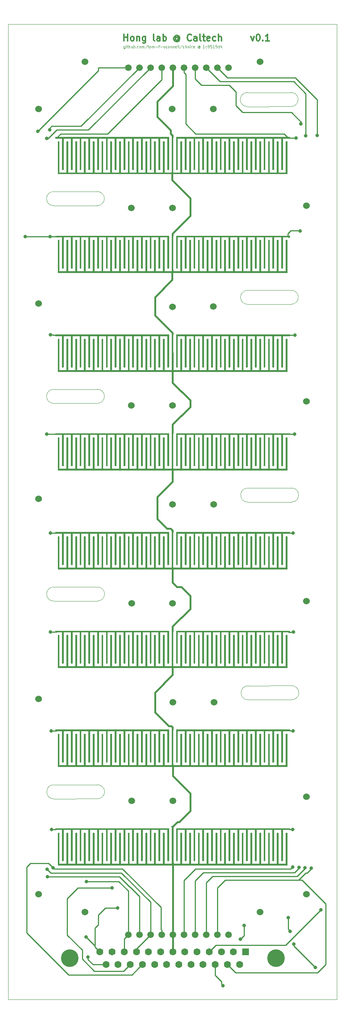
<source format=gtl>
G04 #@! TF.GenerationSoftware,KiCad,Pcbnew,(2017-12-12 revision 8e764f8)-master*
G04 #@! TF.CreationDate,2017-12-14T15:12:02-08:00*
G04 #@! TF.ProjectId,floor_pcb,666C6F6F725F7063622E6B696361645F,rev?*
G04 #@! TF.SameCoordinates,Original*
G04 #@! TF.FileFunction,Copper,L1,Top,Signal*
G04 #@! TF.FilePolarity,Positive*
%FSLAX46Y46*%
G04 Gerber Fmt 4.6, Leading zero omitted, Abs format (unit mm)*
G04 Created by KiCad (PCBNEW (2017-12-12 revision 8e764f8)-master) date Thu Dec 14 15:12:02 2017*
%MOMM*%
%LPD*%
G01*
G04 APERTURE LIST*
%ADD10C,0.100000*%
%ADD11C,0.300000*%
%ADD12C,0.001000*%
%ADD13C,1.524000*%
%ADD14C,4.000000*%
%ADD15C,1.600000*%
%ADD16R,1.600000X1.600000*%
%ADD17C,1.500000*%
%ADD18C,0.000001*%
%ADD19C,0.800000*%
%ADD20C,0.250000*%
%ADD21C,0.400000*%
G04 APERTURE END LIST*
D10*
X114115714Y-11451428D02*
X114115714Y-11937142D01*
X114087142Y-11994285D01*
X114058571Y-12022857D01*
X114001428Y-12051428D01*
X113915714Y-12051428D01*
X113858571Y-12022857D01*
X114115714Y-11822857D02*
X114058571Y-11851428D01*
X113944285Y-11851428D01*
X113887142Y-11822857D01*
X113858571Y-11794285D01*
X113830000Y-11737142D01*
X113830000Y-11565714D01*
X113858571Y-11508571D01*
X113887142Y-11480000D01*
X113944285Y-11451428D01*
X114058571Y-11451428D01*
X114115714Y-11480000D01*
X114401428Y-11851428D02*
X114401428Y-11451428D01*
X114401428Y-11251428D02*
X114372857Y-11280000D01*
X114401428Y-11308571D01*
X114430000Y-11280000D01*
X114401428Y-11251428D01*
X114401428Y-11308571D01*
X114601428Y-11451428D02*
X114830000Y-11451428D01*
X114687142Y-11251428D02*
X114687142Y-11765714D01*
X114715714Y-11822857D01*
X114772857Y-11851428D01*
X114830000Y-11851428D01*
X115030000Y-11851428D02*
X115030000Y-11251428D01*
X115287142Y-11851428D02*
X115287142Y-11537142D01*
X115258571Y-11480000D01*
X115201428Y-11451428D01*
X115115714Y-11451428D01*
X115058571Y-11480000D01*
X115030000Y-11508571D01*
X115830000Y-11451428D02*
X115830000Y-11851428D01*
X115572857Y-11451428D02*
X115572857Y-11765714D01*
X115601428Y-11822857D01*
X115658571Y-11851428D01*
X115744285Y-11851428D01*
X115801428Y-11822857D01*
X115830000Y-11794285D01*
X116115714Y-11851428D02*
X116115714Y-11251428D01*
X116115714Y-11480000D02*
X116172857Y-11451428D01*
X116287142Y-11451428D01*
X116344285Y-11480000D01*
X116372857Y-11508571D01*
X116401428Y-11565714D01*
X116401428Y-11737142D01*
X116372857Y-11794285D01*
X116344285Y-11822857D01*
X116287142Y-11851428D01*
X116172857Y-11851428D01*
X116115714Y-11822857D01*
X116658571Y-11794285D02*
X116687142Y-11822857D01*
X116658571Y-11851428D01*
X116630000Y-11822857D01*
X116658571Y-11794285D01*
X116658571Y-11851428D01*
X117201428Y-11822857D02*
X117144285Y-11851428D01*
X117030000Y-11851428D01*
X116972857Y-11822857D01*
X116944285Y-11794285D01*
X116915714Y-11737142D01*
X116915714Y-11565714D01*
X116944285Y-11508571D01*
X116972857Y-11480000D01*
X117030000Y-11451428D01*
X117144285Y-11451428D01*
X117201428Y-11480000D01*
X117544285Y-11851428D02*
X117487142Y-11822857D01*
X117458571Y-11794285D01*
X117430000Y-11737142D01*
X117430000Y-11565714D01*
X117458571Y-11508571D01*
X117487142Y-11480000D01*
X117544285Y-11451428D01*
X117630000Y-11451428D01*
X117687142Y-11480000D01*
X117715714Y-11508571D01*
X117744285Y-11565714D01*
X117744285Y-11737142D01*
X117715714Y-11794285D01*
X117687142Y-11822857D01*
X117630000Y-11851428D01*
X117544285Y-11851428D01*
X118001428Y-11851428D02*
X118001428Y-11451428D01*
X118001428Y-11508571D02*
X118030000Y-11480000D01*
X118087142Y-11451428D01*
X118172857Y-11451428D01*
X118230000Y-11480000D01*
X118258571Y-11537142D01*
X118258571Y-11851428D01*
X118258571Y-11537142D02*
X118287142Y-11480000D01*
X118344285Y-11451428D01*
X118430000Y-11451428D01*
X118487142Y-11480000D01*
X118515714Y-11537142D01*
X118515714Y-11851428D01*
X119230000Y-11222857D02*
X118715714Y-11994285D01*
X119344285Y-11451428D02*
X119572857Y-11451428D01*
X119430000Y-11251428D02*
X119430000Y-11765714D01*
X119458571Y-11822857D01*
X119515714Y-11851428D01*
X119572857Y-11851428D01*
X119858571Y-11851428D02*
X119801428Y-11822857D01*
X119772857Y-11794285D01*
X119744285Y-11737142D01*
X119744285Y-11565714D01*
X119772857Y-11508571D01*
X119801428Y-11480000D01*
X119858571Y-11451428D01*
X119944285Y-11451428D01*
X120001428Y-11480000D01*
X120030000Y-11508571D01*
X120058571Y-11565714D01*
X120058571Y-11737142D01*
X120030000Y-11794285D01*
X120001428Y-11822857D01*
X119944285Y-11851428D01*
X119858571Y-11851428D01*
X120315714Y-11851428D02*
X120315714Y-11451428D01*
X120315714Y-11508571D02*
X120344285Y-11480000D01*
X120401428Y-11451428D01*
X120487142Y-11451428D01*
X120544285Y-11480000D01*
X120572857Y-11537142D01*
X120572857Y-11851428D01*
X120572857Y-11537142D02*
X120601428Y-11480000D01*
X120658571Y-11451428D01*
X120744285Y-11451428D01*
X120801428Y-11480000D01*
X120830000Y-11537142D01*
X120830000Y-11851428D01*
X121115714Y-11622857D02*
X121572857Y-11622857D01*
X121772857Y-11451428D02*
X122001428Y-11451428D01*
X121858571Y-11851428D02*
X121858571Y-11337142D01*
X121887142Y-11280000D01*
X121944285Y-11251428D01*
X122001428Y-11251428D01*
X122201428Y-11622857D02*
X122658571Y-11622857D01*
X123030000Y-11851428D02*
X122972857Y-11822857D01*
X122944285Y-11794285D01*
X122915714Y-11737142D01*
X122915714Y-11565714D01*
X122944285Y-11508571D01*
X122972857Y-11480000D01*
X123030000Y-11451428D01*
X123115714Y-11451428D01*
X123172857Y-11480000D01*
X123201428Y-11508571D01*
X123230000Y-11565714D01*
X123230000Y-11737142D01*
X123201428Y-11794285D01*
X123172857Y-11822857D01*
X123115714Y-11851428D01*
X123030000Y-11851428D01*
X123744285Y-11822857D02*
X123687142Y-11851428D01*
X123572857Y-11851428D01*
X123515714Y-11822857D01*
X123487142Y-11794285D01*
X123458571Y-11737142D01*
X123458571Y-11565714D01*
X123487142Y-11508571D01*
X123515714Y-11480000D01*
X123572857Y-11451428D01*
X123687142Y-11451428D01*
X123744285Y-11480000D01*
X124087142Y-11851428D02*
X124030000Y-11822857D01*
X124001428Y-11794285D01*
X123972857Y-11737142D01*
X123972857Y-11565714D01*
X124001428Y-11508571D01*
X124030000Y-11480000D01*
X124087142Y-11451428D01*
X124172857Y-11451428D01*
X124230000Y-11480000D01*
X124258571Y-11508571D01*
X124287142Y-11565714D01*
X124287142Y-11737142D01*
X124258571Y-11794285D01*
X124230000Y-11822857D01*
X124172857Y-11851428D01*
X124087142Y-11851428D01*
X124544285Y-11451428D02*
X124544285Y-11851428D01*
X124544285Y-11508571D02*
X124572857Y-11480000D01*
X124630000Y-11451428D01*
X124715714Y-11451428D01*
X124772857Y-11480000D01*
X124801428Y-11537142D01*
X124801428Y-11851428D01*
X125087142Y-11451428D02*
X125087142Y-11851428D01*
X125087142Y-11508571D02*
X125115714Y-11480000D01*
X125172857Y-11451428D01*
X125258571Y-11451428D01*
X125315714Y-11480000D01*
X125344285Y-11537142D01*
X125344285Y-11851428D01*
X125858571Y-11822857D02*
X125801428Y-11851428D01*
X125687142Y-11851428D01*
X125630000Y-11822857D01*
X125601428Y-11765714D01*
X125601428Y-11537142D01*
X125630000Y-11480000D01*
X125687142Y-11451428D01*
X125801428Y-11451428D01*
X125858571Y-11480000D01*
X125887142Y-11537142D01*
X125887142Y-11594285D01*
X125601428Y-11651428D01*
X126230000Y-11851428D02*
X126172857Y-11822857D01*
X126144285Y-11765714D01*
X126144285Y-11251428D01*
X126544285Y-11851428D02*
X126487142Y-11822857D01*
X126458571Y-11765714D01*
X126458571Y-11251428D01*
X127201428Y-11222857D02*
X126687142Y-11994285D01*
X127658571Y-11822857D02*
X127601428Y-11851428D01*
X127487142Y-11851428D01*
X127430000Y-11822857D01*
X127401428Y-11794285D01*
X127372857Y-11737142D01*
X127372857Y-11565714D01*
X127401428Y-11508571D01*
X127430000Y-11480000D01*
X127487142Y-11451428D01*
X127601428Y-11451428D01*
X127658571Y-11480000D01*
X127915714Y-11851428D02*
X127915714Y-11251428D01*
X128172857Y-11851428D02*
X128172857Y-11537142D01*
X128144285Y-11480000D01*
X128087142Y-11451428D01*
X128001428Y-11451428D01*
X127944285Y-11480000D01*
X127915714Y-11508571D01*
X128544285Y-11851428D02*
X128487142Y-11822857D01*
X128458571Y-11794285D01*
X128430000Y-11737142D01*
X128430000Y-11565714D01*
X128458571Y-11508571D01*
X128487142Y-11480000D01*
X128544285Y-11451428D01*
X128630000Y-11451428D01*
X128687142Y-11480000D01*
X128715714Y-11508571D01*
X128744285Y-11565714D01*
X128744285Y-11737142D01*
X128715714Y-11794285D01*
X128687142Y-11822857D01*
X128630000Y-11851428D01*
X128544285Y-11851428D01*
X129001428Y-11851428D02*
X129001428Y-11451428D01*
X129001428Y-11251428D02*
X128972857Y-11280000D01*
X129001428Y-11308571D01*
X129030000Y-11280000D01*
X129001428Y-11251428D01*
X129001428Y-11308571D01*
X129544285Y-11822857D02*
X129487142Y-11851428D01*
X129372857Y-11851428D01*
X129315714Y-11822857D01*
X129287142Y-11794285D01*
X129258571Y-11737142D01*
X129258571Y-11565714D01*
X129287142Y-11508571D01*
X129315714Y-11480000D01*
X129372857Y-11451428D01*
X129487142Y-11451428D01*
X129544285Y-11480000D01*
X130030000Y-11822857D02*
X129972857Y-11851428D01*
X129858571Y-11851428D01*
X129801428Y-11822857D01*
X129772857Y-11765714D01*
X129772857Y-11537142D01*
X129801428Y-11480000D01*
X129858571Y-11451428D01*
X129972857Y-11451428D01*
X130030000Y-11480000D01*
X130058571Y-11537142D01*
X130058571Y-11594285D01*
X129772857Y-11651428D01*
X131144285Y-11565714D02*
X131115714Y-11537142D01*
X131058571Y-11508571D01*
X131001428Y-11508571D01*
X130944285Y-11537142D01*
X130915714Y-11565714D01*
X130887142Y-11622857D01*
X130887142Y-11680000D01*
X130915714Y-11737142D01*
X130944285Y-11765714D01*
X131001428Y-11794285D01*
X131058571Y-11794285D01*
X131115714Y-11765714D01*
X131144285Y-11737142D01*
X131144285Y-11508571D02*
X131144285Y-11737142D01*
X131172857Y-11765714D01*
X131201428Y-11765714D01*
X131258571Y-11737142D01*
X131287142Y-11680000D01*
X131287142Y-11537142D01*
X131230000Y-11451428D01*
X131144285Y-11394285D01*
X131030000Y-11365714D01*
X130915714Y-11394285D01*
X130830000Y-11451428D01*
X130772857Y-11537142D01*
X130744285Y-11651428D01*
X130772857Y-11765714D01*
X130830000Y-11851428D01*
X130915714Y-11908571D01*
X131030000Y-11937142D01*
X131144285Y-11908571D01*
X131230000Y-11851428D01*
X132315714Y-11851428D02*
X131972857Y-11851428D01*
X132144285Y-11851428D02*
X132144285Y-11251428D01*
X132087142Y-11337142D01*
X132030000Y-11394285D01*
X131972857Y-11422857D01*
X132830000Y-11822857D02*
X132772857Y-11851428D01*
X132658571Y-11851428D01*
X132601428Y-11822857D01*
X132572857Y-11794285D01*
X132544285Y-11737142D01*
X132544285Y-11565714D01*
X132572857Y-11508571D01*
X132601428Y-11480000D01*
X132658571Y-11451428D01*
X132772857Y-11451428D01*
X132830000Y-11480000D01*
X133172857Y-11508571D02*
X133115714Y-11480000D01*
X133087142Y-11451428D01*
X133058571Y-11394285D01*
X133058571Y-11365714D01*
X133087142Y-11308571D01*
X133115714Y-11280000D01*
X133172857Y-11251428D01*
X133287142Y-11251428D01*
X133344285Y-11280000D01*
X133372857Y-11308571D01*
X133401428Y-11365714D01*
X133401428Y-11394285D01*
X133372857Y-11451428D01*
X133344285Y-11480000D01*
X133287142Y-11508571D01*
X133172857Y-11508571D01*
X133115714Y-11537142D01*
X133087142Y-11565714D01*
X133058571Y-11622857D01*
X133058571Y-11737142D01*
X133087142Y-11794285D01*
X133115714Y-11822857D01*
X133172857Y-11851428D01*
X133287142Y-11851428D01*
X133344285Y-11822857D01*
X133372857Y-11794285D01*
X133401428Y-11737142D01*
X133401428Y-11622857D01*
X133372857Y-11565714D01*
X133344285Y-11537142D01*
X133287142Y-11508571D01*
X133944285Y-11251428D02*
X133658571Y-11251428D01*
X133630000Y-11537142D01*
X133658571Y-11508571D01*
X133715714Y-11480000D01*
X133858571Y-11480000D01*
X133915714Y-11508571D01*
X133944285Y-11537142D01*
X133972857Y-11594285D01*
X133972857Y-11737142D01*
X133944285Y-11794285D01*
X133915714Y-11822857D01*
X133858571Y-11851428D01*
X133715714Y-11851428D01*
X133658571Y-11822857D01*
X133630000Y-11794285D01*
X134544285Y-11851428D02*
X134201428Y-11851428D01*
X134372857Y-11851428D02*
X134372857Y-11251428D01*
X134315714Y-11337142D01*
X134258571Y-11394285D01*
X134201428Y-11422857D01*
X135087142Y-11251428D02*
X134801428Y-11251428D01*
X134772857Y-11537142D01*
X134801428Y-11508571D01*
X134858571Y-11480000D01*
X135001428Y-11480000D01*
X135058571Y-11508571D01*
X135087142Y-11537142D01*
X135115714Y-11594285D01*
X135115714Y-11737142D01*
X135087142Y-11794285D01*
X135058571Y-11822857D01*
X135001428Y-11851428D01*
X134858571Y-11851428D01*
X134801428Y-11822857D01*
X134772857Y-11794285D01*
X135630000Y-11851428D02*
X135630000Y-11251428D01*
X135630000Y-11822857D02*
X135572857Y-11851428D01*
X135458571Y-11851428D01*
X135401428Y-11822857D01*
X135372857Y-11794285D01*
X135344285Y-11737142D01*
X135344285Y-11565714D01*
X135372857Y-11508571D01*
X135401428Y-11480000D01*
X135458571Y-11451428D01*
X135572857Y-11451428D01*
X135630000Y-11480000D01*
X136172857Y-11451428D02*
X136172857Y-11851428D01*
X136030000Y-11222857D02*
X135887142Y-11651428D01*
X136258571Y-11651428D01*
D11*
X142887142Y-9258571D02*
X143244285Y-10258571D01*
X143601428Y-9258571D01*
X144458571Y-8758571D02*
X144601428Y-8758571D01*
X144744285Y-8830000D01*
X144815714Y-8901428D01*
X144887142Y-9044285D01*
X144958571Y-9330000D01*
X144958571Y-9687142D01*
X144887142Y-9972857D01*
X144815714Y-10115714D01*
X144744285Y-10187142D01*
X144601428Y-10258571D01*
X144458571Y-10258571D01*
X144315714Y-10187142D01*
X144244285Y-10115714D01*
X144172857Y-9972857D01*
X144101428Y-9687142D01*
X144101428Y-9330000D01*
X144172857Y-9044285D01*
X144244285Y-8901428D01*
X144315714Y-8830000D01*
X144458571Y-8758571D01*
X145601428Y-10115714D02*
X145672857Y-10187142D01*
X145601428Y-10258571D01*
X145530000Y-10187142D01*
X145601428Y-10115714D01*
X145601428Y-10258571D01*
X147101428Y-10258571D02*
X146244285Y-10258571D01*
X146672857Y-10258571D02*
X146672857Y-8758571D01*
X146530000Y-8972857D01*
X146387142Y-9115714D01*
X146244285Y-9187142D01*
X113922857Y-10258571D02*
X113922857Y-8758571D01*
X113922857Y-9472857D02*
X114780000Y-9472857D01*
X114780000Y-10258571D02*
X114780000Y-8758571D01*
X115708571Y-10258571D02*
X115565714Y-10187142D01*
X115494285Y-10115714D01*
X115422857Y-9972857D01*
X115422857Y-9544285D01*
X115494285Y-9401428D01*
X115565714Y-9330000D01*
X115708571Y-9258571D01*
X115922857Y-9258571D01*
X116065714Y-9330000D01*
X116137142Y-9401428D01*
X116208571Y-9544285D01*
X116208571Y-9972857D01*
X116137142Y-10115714D01*
X116065714Y-10187142D01*
X115922857Y-10258571D01*
X115708571Y-10258571D01*
X116851428Y-9258571D02*
X116851428Y-10258571D01*
X116851428Y-9401428D02*
X116922857Y-9330000D01*
X117065714Y-9258571D01*
X117280000Y-9258571D01*
X117422857Y-9330000D01*
X117494285Y-9472857D01*
X117494285Y-10258571D01*
X118851428Y-9258571D02*
X118851428Y-10472857D01*
X118780000Y-10615714D01*
X118708571Y-10687142D01*
X118565714Y-10758571D01*
X118351428Y-10758571D01*
X118208571Y-10687142D01*
X118851428Y-10187142D02*
X118708571Y-10258571D01*
X118422857Y-10258571D01*
X118280000Y-10187142D01*
X118208571Y-10115714D01*
X118137142Y-9972857D01*
X118137142Y-9544285D01*
X118208571Y-9401428D01*
X118280000Y-9330000D01*
X118422857Y-9258571D01*
X118708571Y-9258571D01*
X118851428Y-9330000D01*
X120922857Y-10258571D02*
X120780000Y-10187142D01*
X120708571Y-10044285D01*
X120708571Y-8758571D01*
X122137142Y-10258571D02*
X122137142Y-9472857D01*
X122065714Y-9330000D01*
X121922857Y-9258571D01*
X121637142Y-9258571D01*
X121494285Y-9330000D01*
X122137142Y-10187142D02*
X121994285Y-10258571D01*
X121637142Y-10258571D01*
X121494285Y-10187142D01*
X121422857Y-10044285D01*
X121422857Y-9901428D01*
X121494285Y-9758571D01*
X121637142Y-9687142D01*
X121994285Y-9687142D01*
X122137142Y-9615714D01*
X122851428Y-10258571D02*
X122851428Y-8758571D01*
X122851428Y-9330000D02*
X122994285Y-9258571D01*
X123280000Y-9258571D01*
X123422857Y-9330000D01*
X123494285Y-9401428D01*
X123565714Y-9544285D01*
X123565714Y-9972857D01*
X123494285Y-10115714D01*
X123422857Y-10187142D01*
X123280000Y-10258571D01*
X122994285Y-10258571D01*
X122851428Y-10187142D01*
X126280000Y-9544285D02*
X126208571Y-9472857D01*
X126065714Y-9401428D01*
X125922857Y-9401428D01*
X125780000Y-9472857D01*
X125708571Y-9544285D01*
X125637142Y-9687142D01*
X125637142Y-9830000D01*
X125708571Y-9972857D01*
X125780000Y-10044285D01*
X125922857Y-10115714D01*
X126065714Y-10115714D01*
X126208571Y-10044285D01*
X126280000Y-9972857D01*
X126280000Y-9401428D02*
X126280000Y-9972857D01*
X126351428Y-10044285D01*
X126422857Y-10044285D01*
X126565714Y-9972857D01*
X126637142Y-9830000D01*
X126637142Y-9472857D01*
X126494285Y-9258571D01*
X126280000Y-9115714D01*
X125994285Y-9044285D01*
X125708571Y-9115714D01*
X125494285Y-9258571D01*
X125351428Y-9472857D01*
X125280000Y-9758571D01*
X125351428Y-10044285D01*
X125494285Y-10258571D01*
X125708571Y-10401428D01*
X125994285Y-10472857D01*
X126280000Y-10401428D01*
X126494285Y-10258571D01*
X129280000Y-10115714D02*
X129208571Y-10187142D01*
X128994285Y-10258571D01*
X128851428Y-10258571D01*
X128637142Y-10187142D01*
X128494285Y-10044285D01*
X128422857Y-9901428D01*
X128351428Y-9615714D01*
X128351428Y-9401428D01*
X128422857Y-9115714D01*
X128494285Y-8972857D01*
X128637142Y-8830000D01*
X128851428Y-8758571D01*
X128994285Y-8758571D01*
X129208571Y-8830000D01*
X129280000Y-8901428D01*
X130565714Y-10258571D02*
X130565714Y-9472857D01*
X130494285Y-9330000D01*
X130351428Y-9258571D01*
X130065714Y-9258571D01*
X129922857Y-9330000D01*
X130565714Y-10187142D02*
X130422857Y-10258571D01*
X130065714Y-10258571D01*
X129922857Y-10187142D01*
X129851428Y-10044285D01*
X129851428Y-9901428D01*
X129922857Y-9758571D01*
X130065714Y-9687142D01*
X130422857Y-9687142D01*
X130565714Y-9615714D01*
X131494285Y-10258571D02*
X131351428Y-10187142D01*
X131280000Y-10044285D01*
X131280000Y-8758571D01*
X131851428Y-9258571D02*
X132422857Y-9258571D01*
X132065714Y-8758571D02*
X132065714Y-10044285D01*
X132137142Y-10187142D01*
X132280000Y-10258571D01*
X132422857Y-10258571D01*
X133494285Y-10187142D02*
X133351428Y-10258571D01*
X133065714Y-10258571D01*
X132922857Y-10187142D01*
X132851428Y-10044285D01*
X132851428Y-9472857D01*
X132922857Y-9330000D01*
X133065714Y-9258571D01*
X133351428Y-9258571D01*
X133494285Y-9330000D01*
X133565714Y-9472857D01*
X133565714Y-9615714D01*
X132851428Y-9758571D01*
X134851428Y-10187142D02*
X134708571Y-10258571D01*
X134422857Y-10258571D01*
X134280000Y-10187142D01*
X134208571Y-10115714D01*
X134137142Y-9972857D01*
X134137142Y-9544285D01*
X134208571Y-9401428D01*
X134280000Y-9330000D01*
X134422857Y-9258571D01*
X134708571Y-9258571D01*
X134851428Y-9330000D01*
X135494285Y-10258571D02*
X135494285Y-8758571D01*
X136137142Y-10258571D02*
X136137142Y-9472857D01*
X136065714Y-9330000D01*
X135922857Y-9258571D01*
X135708571Y-9258571D01*
X135565714Y-9330000D01*
X135494285Y-9401428D01*
D12*
X142115153Y-70245379D02*
G75*
G02X142108633Y-67045385I-3260J1599997D01*
G01*
X152108612Y-67025010D02*
G75*
G02X152115132Y-70225004I3260J-1599997D01*
G01*
X142057908Y-25235283D02*
X152057887Y-25214907D01*
X142051388Y-22035289D02*
X152051367Y-22014914D01*
X142057908Y-25235283D02*
G75*
G02X142051388Y-22035289I-3260J1599997D01*
G01*
X87500000Y-228507200D02*
X87500000Y-6507200D01*
X162500000Y-228507200D02*
X87500000Y-228507200D01*
X162500000Y-6507200D02*
X162500000Y-228507200D01*
X87500000Y-6507200D02*
X162500000Y-6507200D01*
X107891787Y-182789837D02*
X97891788Y-182794898D01*
X107890167Y-179589837D02*
X97890169Y-179594898D01*
X107890167Y-179589837D02*
G75*
G02X107891787Y-182789837I810J-1600000D01*
G01*
X142172397Y-115255474D02*
G75*
G02X142165877Y-112055482I-3260J1599996D01*
G01*
X152165856Y-112035106D02*
G75*
G02X152172376Y-115235100I3260J-1599997D01*
G01*
X142115153Y-70245379D02*
X152115132Y-70225004D01*
X142108633Y-67045385D02*
X152108612Y-67025010D01*
X107848157Y-44572900D02*
X97848158Y-44577961D01*
X107848157Y-44572900D02*
G75*
G02X107849777Y-47772900I810J-1600000D01*
G01*
X97849778Y-47777961D02*
G75*
G02X97848158Y-44577961I-810J1600000D01*
G01*
X142229641Y-160265571D02*
X152229621Y-160245196D01*
X142223121Y-157065578D02*
X152223101Y-157045203D01*
X152051367Y-22014915D02*
G75*
G02X152057887Y-25214907I3260J-1599996D01*
G01*
X142229641Y-160265572D02*
G75*
G02X142223121Y-157065578I-3260J1599997D01*
G01*
X152223101Y-157045204D02*
G75*
G02X152229621Y-160245196I3260J-1599996D01*
G01*
X142172397Y-115255475D02*
X152172376Y-115235100D01*
X142165877Y-112055482D02*
X152165856Y-112035107D01*
X107863780Y-92778545D02*
X97863781Y-92783606D01*
X107862160Y-89578546D02*
X97862162Y-89583607D01*
X107862160Y-89578547D02*
G75*
G02X107863780Y-92778545I810J-1599999D01*
G01*
X97863782Y-92783607D02*
G75*
G02X97862162Y-89583607I-810J1600000D01*
G01*
X107849777Y-47772900D02*
X97849778Y-47777961D01*
X97891787Y-182794898D02*
G75*
G02X97890169Y-179594898I-809J1600000D01*
G01*
X107877783Y-137784191D02*
X97877785Y-137789252D01*
X107876164Y-134584192D02*
X97876165Y-134589253D01*
X107876165Y-134584191D02*
G75*
G02X107877783Y-137784191I809J-1600000D01*
G01*
X97877785Y-137789251D02*
G75*
G02X97876165Y-134589253I-810J1599999D01*
G01*
D13*
X125026007Y-138279492D03*
X125012003Y-93273846D03*
X125025489Y-115794393D03*
X125082733Y-160804489D03*
X124998000Y-48268200D03*
X124968244Y-70784296D03*
X125040010Y-183285137D03*
X124911000Y-25774200D03*
X94400001Y-114542700D03*
X94400001Y-160042701D03*
X94400001Y-204542700D03*
X155600001Y-47792701D03*
X155600001Y-92292700D03*
X155600001Y-137792701D03*
X155600001Y-182292700D03*
X155600001Y-204542700D03*
X94400000Y-25792200D03*
X94400000Y-70043200D03*
X105000000Y-208542700D03*
X145000000Y-208542700D03*
X105000000Y-15007200D03*
X145000000Y-15007200D03*
X115650519Y-138284330D03*
X115636515Y-93278684D03*
X134458203Y-160785479D03*
X115622512Y-48273038D03*
X134343714Y-70765287D03*
X134400959Y-115775383D03*
X115664522Y-183289976D03*
X134286470Y-25755190D03*
D14*
X101500000Y-219072501D03*
X148600000Y-219072501D03*
D15*
X109815000Y-220492501D03*
X112585000Y-220492501D03*
X115355000Y-220492501D03*
X118125000Y-220492501D03*
X120895000Y-220492501D03*
X123665000Y-220492501D03*
X126435000Y-220492501D03*
X129205000Y-220492501D03*
X131975000Y-220492501D03*
X134745000Y-220492501D03*
X137515000Y-220492501D03*
X140285000Y-220492501D03*
X108430000Y-217652501D03*
X111200000Y-217652501D03*
X113970000Y-217652501D03*
X116740000Y-217652501D03*
X119510000Y-217652501D03*
X122280000Y-217652501D03*
X125050000Y-217652501D03*
X127820000Y-217652501D03*
X130590000Y-217652501D03*
X133360000Y-217652501D03*
X136130000Y-217652501D03*
X138900000Y-217652501D03*
D16*
X141670000Y-217652501D03*
D17*
X114890000Y-16385800D03*
X117430000Y-16385800D03*
X119970000Y-16385800D03*
X122510000Y-16385800D03*
X125050000Y-16385800D03*
X127590000Y-16385800D03*
X130130000Y-16385800D03*
X132670000Y-16385800D03*
X135210000Y-16385800D03*
X137750000Y-16385800D03*
X137750000Y-213750000D03*
X135210000Y-213750000D03*
X132670000Y-213750000D03*
X130130000Y-213750000D03*
X127590000Y-213750000D03*
X125050000Y-213750000D03*
X122510000Y-213750000D03*
X119970000Y-213750000D03*
X117430000Y-213750000D03*
X114890000Y-213750000D03*
D18*
X98700000Y-189700000D03*
D10*
G36*
X124200000Y-197000000D02*
X123800000Y-197000000D01*
X123800000Y-189900000D01*
X122200000Y-189900000D01*
X122200000Y-197000000D01*
X121800000Y-197000000D01*
X121800000Y-189900000D01*
X120200000Y-189900000D01*
X120200000Y-197000000D01*
X119800000Y-197000000D01*
X119800000Y-189900000D01*
X118200000Y-189900000D01*
X118200000Y-197000000D01*
X117800000Y-197000000D01*
X117800000Y-189900000D01*
X116200000Y-189900000D01*
X116200000Y-197000000D01*
X115800000Y-197000000D01*
X115800000Y-189900000D01*
X114200000Y-189900000D01*
X114200000Y-197000000D01*
X113800000Y-197000000D01*
X113800000Y-189900000D01*
X112200000Y-189900000D01*
X112200000Y-197000000D01*
X111800000Y-197000000D01*
X111800000Y-189900000D01*
X110200000Y-189900000D01*
X110200000Y-197000000D01*
X109800000Y-197000000D01*
X109800000Y-189900000D01*
X108200000Y-189900000D01*
X108200000Y-197000000D01*
X107800000Y-197000000D01*
X107800000Y-189900000D01*
X106200000Y-189900000D01*
X106200000Y-197000000D01*
X105800000Y-197000000D01*
X105800000Y-189900000D01*
X104200000Y-189900000D01*
X104200000Y-197000000D01*
X103800000Y-197000000D01*
X103800000Y-189900000D01*
X102200000Y-189900000D01*
X102200000Y-197000000D01*
X101800000Y-197000000D01*
X101800000Y-189900000D01*
X100200000Y-189900000D01*
X100200000Y-197000000D01*
X99800000Y-197000000D01*
X99800000Y-189900000D01*
X98200000Y-189900000D01*
X98200000Y-189500000D01*
X124200000Y-189500000D01*
X124200000Y-197000000D01*
X124200000Y-197000000D01*
G37*
D18*
X151300000Y-189700000D03*
D10*
G36*
X151800000Y-189900000D02*
X150200000Y-189900000D01*
X150200000Y-197000000D01*
X149800000Y-197000000D01*
X149800000Y-189900000D01*
X148200000Y-189900000D01*
X148200000Y-197000000D01*
X147800000Y-197000000D01*
X147800000Y-189900000D01*
X146200000Y-189900000D01*
X146200000Y-197000000D01*
X145800000Y-197000000D01*
X145800000Y-189900000D01*
X144200000Y-189900000D01*
X144200000Y-197000000D01*
X143800000Y-197000000D01*
X143800000Y-189900000D01*
X142200000Y-189900000D01*
X142200000Y-197000000D01*
X141800000Y-197000000D01*
X141800000Y-189900000D01*
X140200000Y-189900000D01*
X140200000Y-197000000D01*
X139800000Y-197000000D01*
X139800000Y-189900000D01*
X138200000Y-189900000D01*
X138200000Y-197000000D01*
X137800000Y-197000000D01*
X137800000Y-189900000D01*
X136200000Y-189900000D01*
X136200000Y-197000000D01*
X135800000Y-197000000D01*
X135800000Y-189900000D01*
X134200000Y-189900000D01*
X134200000Y-197000000D01*
X133800000Y-197000000D01*
X133800000Y-189900000D01*
X132200000Y-189900000D01*
X132200000Y-197000000D01*
X131800000Y-197000000D01*
X131800000Y-189900000D01*
X130200000Y-189900000D01*
X130200000Y-197000000D01*
X129800000Y-197000000D01*
X129800000Y-189900000D01*
X128200000Y-189900000D01*
X128200000Y-197000000D01*
X127800000Y-197000000D01*
X127800000Y-189900000D01*
X126200000Y-189900000D01*
X126200000Y-197000000D01*
X125800000Y-197000000D01*
X125800000Y-189500000D01*
X151800000Y-189500000D01*
X151800000Y-189900000D01*
X151800000Y-189900000D01*
G37*
D18*
X125000000Y-197500000D03*
D10*
G36*
X125200000Y-197600000D02*
X126800000Y-197600000D01*
X126800000Y-190500000D01*
X127200000Y-190500000D01*
X127200000Y-197600000D01*
X128800000Y-197600000D01*
X128800000Y-190500000D01*
X129200000Y-190500000D01*
X129200000Y-197600000D01*
X130800000Y-197600000D01*
X130800000Y-190500000D01*
X131200000Y-190500000D01*
X131200000Y-197600000D01*
X132800000Y-197600000D01*
X132800000Y-190500000D01*
X133200000Y-190500000D01*
X133200000Y-197600000D01*
X134800000Y-197600000D01*
X134800000Y-190500000D01*
X135200000Y-190500000D01*
X135200000Y-197600000D01*
X136800000Y-197600000D01*
X136800000Y-190500000D01*
X137200000Y-190500000D01*
X137200000Y-197600000D01*
X138800000Y-197600000D01*
X138800000Y-190500000D01*
X139200000Y-190500000D01*
X139200000Y-197600000D01*
X140800000Y-197600000D01*
X140800000Y-190500000D01*
X141200000Y-190500000D01*
X141200000Y-197600000D01*
X142800000Y-197600000D01*
X142800000Y-190500000D01*
X143200000Y-190500000D01*
X143200000Y-197600000D01*
X144800000Y-197600000D01*
X144800000Y-190500000D01*
X145200000Y-190500000D01*
X145200000Y-197600000D01*
X146800000Y-197600000D01*
X146800000Y-190500000D01*
X147200000Y-190500000D01*
X147200000Y-197600000D01*
X148800000Y-197600000D01*
X148800000Y-190500000D01*
X149200000Y-190500000D01*
X149200000Y-197600000D01*
X150800000Y-197600000D01*
X150800000Y-190500000D01*
X151200000Y-190500000D01*
X151200000Y-198000000D01*
X98800000Y-198000000D01*
X98800000Y-190500000D01*
X99200000Y-190500000D01*
X99200000Y-197600000D01*
X100800000Y-197600000D01*
X100800000Y-190500000D01*
X101200000Y-190500000D01*
X101200000Y-197600000D01*
X102800000Y-197600000D01*
X102800000Y-190500000D01*
X103200000Y-190500000D01*
X103200000Y-197600000D01*
X104800000Y-197600000D01*
X104800000Y-190500000D01*
X105200000Y-190500000D01*
X105200000Y-197600000D01*
X106800000Y-197600000D01*
X106800000Y-190500000D01*
X107200000Y-190500000D01*
X107200000Y-197600000D01*
X108800000Y-197600000D01*
X108800000Y-190500000D01*
X109200000Y-190500000D01*
X109200000Y-197600000D01*
X110800000Y-197600000D01*
X110800000Y-190500000D01*
X111200000Y-190500000D01*
X111200000Y-197600000D01*
X112800000Y-197600000D01*
X112800000Y-190500000D01*
X113200000Y-190500000D01*
X113200000Y-197600000D01*
X114800000Y-197600000D01*
X114800000Y-190500000D01*
X115200000Y-190500000D01*
X115200000Y-197600000D01*
X116800000Y-197600000D01*
X116800000Y-190500000D01*
X117200000Y-190500000D01*
X117200000Y-197600000D01*
X118800000Y-197600000D01*
X118800000Y-190500000D01*
X119200000Y-190500000D01*
X119200000Y-197600000D01*
X120800000Y-197600000D01*
X120800000Y-190500000D01*
X121200000Y-190500000D01*
X121200000Y-197600000D01*
X122800000Y-197600000D01*
X122800000Y-190500000D01*
X123200000Y-190500000D01*
X123200000Y-197600000D01*
X124800000Y-197600000D01*
X124800000Y-189500000D01*
X125200000Y-189500000D01*
X125200000Y-197600000D01*
X125200000Y-197600000D01*
G37*
D18*
X125000000Y-175019400D03*
D10*
G36*
X125200000Y-175119400D02*
X126800000Y-175119400D01*
X126800000Y-168019400D01*
X127200000Y-168019400D01*
X127200000Y-175119400D01*
X128800000Y-175119400D01*
X128800000Y-168019400D01*
X129200000Y-168019400D01*
X129200000Y-175119400D01*
X130800000Y-175119400D01*
X130800000Y-168019400D01*
X131200000Y-168019400D01*
X131200000Y-175119400D01*
X132800000Y-175119400D01*
X132800000Y-168019400D01*
X133200000Y-168019400D01*
X133200000Y-175119400D01*
X134800000Y-175119400D01*
X134800000Y-168019400D01*
X135200000Y-168019400D01*
X135200000Y-175119400D01*
X136800000Y-175119400D01*
X136800000Y-168019400D01*
X137200000Y-168019400D01*
X137200000Y-175119400D01*
X138800000Y-175119400D01*
X138800000Y-168019400D01*
X139200000Y-168019400D01*
X139200000Y-175119400D01*
X140800000Y-175119400D01*
X140800000Y-168019400D01*
X141200000Y-168019400D01*
X141200000Y-175119400D01*
X142800000Y-175119400D01*
X142800000Y-168019400D01*
X143200000Y-168019400D01*
X143200000Y-175119400D01*
X144800000Y-175119400D01*
X144800000Y-168019400D01*
X145200000Y-168019400D01*
X145200000Y-175119400D01*
X146800000Y-175119400D01*
X146800000Y-168019400D01*
X147200000Y-168019400D01*
X147200000Y-175119400D01*
X148800000Y-175119400D01*
X148800000Y-168019400D01*
X149200000Y-168019400D01*
X149200000Y-175119400D01*
X150800000Y-175119400D01*
X150800000Y-168019400D01*
X151200000Y-168019400D01*
X151200000Y-175519400D01*
X98800000Y-175519400D01*
X98800000Y-168019400D01*
X99200000Y-168019400D01*
X99200000Y-175119400D01*
X100800000Y-175119400D01*
X100800000Y-168019400D01*
X101200000Y-168019400D01*
X101200000Y-175119400D01*
X102800000Y-175119400D01*
X102800000Y-168019400D01*
X103200000Y-168019400D01*
X103200000Y-175119400D01*
X104800000Y-175119400D01*
X104800000Y-168019400D01*
X105200000Y-168019400D01*
X105200000Y-175119400D01*
X106800000Y-175119400D01*
X106800000Y-168019400D01*
X107200000Y-168019400D01*
X107200000Y-175119400D01*
X108800000Y-175119400D01*
X108800000Y-168019400D01*
X109200000Y-168019400D01*
X109200000Y-175119400D01*
X110800000Y-175119400D01*
X110800000Y-168019400D01*
X111200000Y-168019400D01*
X111200000Y-175119400D01*
X112800000Y-175119400D01*
X112800000Y-168019400D01*
X113200000Y-168019400D01*
X113200000Y-175119400D01*
X114800000Y-175119400D01*
X114800000Y-168019400D01*
X115200000Y-168019400D01*
X115200000Y-175119400D01*
X116800000Y-175119400D01*
X116800000Y-168019400D01*
X117200000Y-168019400D01*
X117200000Y-175119400D01*
X118800000Y-175119400D01*
X118800000Y-168019400D01*
X119200000Y-168019400D01*
X119200000Y-175119400D01*
X120800000Y-175119400D01*
X120800000Y-168019400D01*
X121200000Y-168019400D01*
X121200000Y-175119400D01*
X122800000Y-175119400D01*
X122800000Y-168019400D01*
X123200000Y-168019400D01*
X123200000Y-175119400D01*
X124800000Y-175119400D01*
X124800000Y-167019400D01*
X125200000Y-167019400D01*
X125200000Y-175119400D01*
X125200000Y-175119400D01*
G37*
D18*
X151300000Y-167219400D03*
D10*
G36*
X151800000Y-167419400D02*
X150200000Y-167419400D01*
X150200000Y-174519400D01*
X149800000Y-174519400D01*
X149800000Y-167419400D01*
X148200000Y-167419400D01*
X148200000Y-174519400D01*
X147800000Y-174519400D01*
X147800000Y-167419400D01*
X146200000Y-167419400D01*
X146200000Y-174519400D01*
X145800000Y-174519400D01*
X145800000Y-167419400D01*
X144200000Y-167419400D01*
X144200000Y-174519400D01*
X143800000Y-174519400D01*
X143800000Y-167419400D01*
X142200000Y-167419400D01*
X142200000Y-174519400D01*
X141800000Y-174519400D01*
X141800000Y-167419400D01*
X140200000Y-167419400D01*
X140200000Y-174519400D01*
X139800000Y-174519400D01*
X139800000Y-167419400D01*
X138200000Y-167419400D01*
X138200000Y-174519400D01*
X137800000Y-174519400D01*
X137800000Y-167419400D01*
X136200000Y-167419400D01*
X136200000Y-174519400D01*
X135800000Y-174519400D01*
X135800000Y-167419400D01*
X134200000Y-167419400D01*
X134200000Y-174519400D01*
X133800000Y-174519400D01*
X133800000Y-167419400D01*
X132200000Y-167419400D01*
X132200000Y-174519400D01*
X131800000Y-174519400D01*
X131800000Y-167419400D01*
X130200000Y-167419400D01*
X130200000Y-174519400D01*
X129800000Y-174519400D01*
X129800000Y-167419400D01*
X128200000Y-167419400D01*
X128200000Y-174519400D01*
X127800000Y-174519400D01*
X127800000Y-167419400D01*
X126200000Y-167419400D01*
X126200000Y-174519400D01*
X125800000Y-174519400D01*
X125800000Y-167019400D01*
X151800000Y-167019400D01*
X151800000Y-167419400D01*
X151800000Y-167419400D01*
G37*
D18*
X98700000Y-167219400D03*
D10*
G36*
X124200000Y-174519400D02*
X123800000Y-174519400D01*
X123800000Y-167419400D01*
X122200000Y-167419400D01*
X122200000Y-174519400D01*
X121800000Y-174519400D01*
X121800000Y-167419400D01*
X120200000Y-167419400D01*
X120200000Y-174519400D01*
X119800000Y-174519400D01*
X119800000Y-167419400D01*
X118200000Y-167419400D01*
X118200000Y-174519400D01*
X117800000Y-174519400D01*
X117800000Y-167419400D01*
X116200000Y-167419400D01*
X116200000Y-174519400D01*
X115800000Y-174519400D01*
X115800000Y-167419400D01*
X114200000Y-167419400D01*
X114200000Y-174519400D01*
X113800000Y-174519400D01*
X113800000Y-167419400D01*
X112200000Y-167419400D01*
X112200000Y-174519400D01*
X111800000Y-174519400D01*
X111800000Y-167419400D01*
X110200000Y-167419400D01*
X110200000Y-174519400D01*
X109800000Y-174519400D01*
X109800000Y-167419400D01*
X108200000Y-167419400D01*
X108200000Y-174519400D01*
X107800000Y-174519400D01*
X107800000Y-167419400D01*
X106200000Y-167419400D01*
X106200000Y-174519400D01*
X105800000Y-174519400D01*
X105800000Y-167419400D01*
X104200000Y-167419400D01*
X104200000Y-174519400D01*
X103800000Y-174519400D01*
X103800000Y-167419400D01*
X102200000Y-167419400D01*
X102200000Y-174519400D01*
X101800000Y-174519400D01*
X101800000Y-167419400D01*
X100200000Y-167419400D01*
X100200000Y-174519400D01*
X99800000Y-174519400D01*
X99800000Y-167419400D01*
X98200000Y-167419400D01*
X98200000Y-167019400D01*
X124200000Y-167019400D01*
X124200000Y-174519400D01*
X124200000Y-174519400D01*
G37*
D18*
X98700000Y-144738800D03*
D10*
G36*
X124200000Y-152038800D02*
X123800000Y-152038800D01*
X123800000Y-144938800D01*
X122200000Y-144938800D01*
X122200000Y-152038800D01*
X121800000Y-152038800D01*
X121800000Y-144938800D01*
X120200000Y-144938800D01*
X120200000Y-152038800D01*
X119800000Y-152038800D01*
X119800000Y-144938800D01*
X118200000Y-144938800D01*
X118200000Y-152038800D01*
X117800000Y-152038800D01*
X117800000Y-144938800D01*
X116200000Y-144938800D01*
X116200000Y-152038800D01*
X115800000Y-152038800D01*
X115800000Y-144938800D01*
X114200000Y-144938800D01*
X114200000Y-152038800D01*
X113800000Y-152038800D01*
X113800000Y-144938800D01*
X112200000Y-144938800D01*
X112200000Y-152038800D01*
X111800000Y-152038800D01*
X111800000Y-144938800D01*
X110200000Y-144938800D01*
X110200000Y-152038800D01*
X109800000Y-152038800D01*
X109800000Y-144938800D01*
X108200000Y-144938800D01*
X108200000Y-152038800D01*
X107800000Y-152038800D01*
X107800000Y-144938800D01*
X106200000Y-144938800D01*
X106200000Y-152038800D01*
X105800000Y-152038800D01*
X105800000Y-144938800D01*
X104200000Y-144938800D01*
X104200000Y-152038800D01*
X103800000Y-152038800D01*
X103800000Y-144938800D01*
X102200000Y-144938800D01*
X102200000Y-152038800D01*
X101800000Y-152038800D01*
X101800000Y-144938800D01*
X100200000Y-144938800D01*
X100200000Y-152038800D01*
X99800000Y-152038800D01*
X99800000Y-144938800D01*
X98200000Y-144938800D01*
X98200000Y-144538800D01*
X124200000Y-144538800D01*
X124200000Y-152038800D01*
X124200000Y-152038800D01*
G37*
D18*
X151300000Y-144738800D03*
D10*
G36*
X151800000Y-144938800D02*
X150200000Y-144938800D01*
X150200000Y-152038800D01*
X149800000Y-152038800D01*
X149800000Y-144938800D01*
X148200000Y-144938800D01*
X148200000Y-152038800D01*
X147800000Y-152038800D01*
X147800000Y-144938800D01*
X146200000Y-144938800D01*
X146200000Y-152038800D01*
X145800000Y-152038800D01*
X145800000Y-144938800D01*
X144200000Y-144938800D01*
X144200000Y-152038800D01*
X143800000Y-152038800D01*
X143800000Y-144938800D01*
X142200000Y-144938800D01*
X142200000Y-152038800D01*
X141800000Y-152038800D01*
X141800000Y-144938800D01*
X140200000Y-144938800D01*
X140200000Y-152038800D01*
X139800000Y-152038800D01*
X139800000Y-144938800D01*
X138200000Y-144938800D01*
X138200000Y-152038800D01*
X137800000Y-152038800D01*
X137800000Y-144938800D01*
X136200000Y-144938800D01*
X136200000Y-152038800D01*
X135800000Y-152038800D01*
X135800000Y-144938800D01*
X134200000Y-144938800D01*
X134200000Y-152038800D01*
X133800000Y-152038800D01*
X133800000Y-144938800D01*
X132200000Y-144938800D01*
X132200000Y-152038800D01*
X131800000Y-152038800D01*
X131800000Y-144938800D01*
X130200000Y-144938800D01*
X130200000Y-152038800D01*
X129800000Y-152038800D01*
X129800000Y-144938800D01*
X128200000Y-144938800D01*
X128200000Y-152038800D01*
X127800000Y-152038800D01*
X127800000Y-144938800D01*
X126200000Y-144938800D01*
X126200000Y-152038800D01*
X125800000Y-152038800D01*
X125800000Y-144538800D01*
X151800000Y-144538800D01*
X151800000Y-144938800D01*
X151800000Y-144938800D01*
G37*
D18*
X125000000Y-152538800D03*
D10*
G36*
X125200000Y-152638800D02*
X126800000Y-152638800D01*
X126800000Y-145538800D01*
X127200000Y-145538800D01*
X127200000Y-152638800D01*
X128800000Y-152638800D01*
X128800000Y-145538800D01*
X129200000Y-145538800D01*
X129200000Y-152638800D01*
X130800000Y-152638800D01*
X130800000Y-145538800D01*
X131200000Y-145538800D01*
X131200000Y-152638800D01*
X132800000Y-152638800D01*
X132800000Y-145538800D01*
X133200000Y-145538800D01*
X133200000Y-152638800D01*
X134800000Y-152638800D01*
X134800000Y-145538800D01*
X135200000Y-145538800D01*
X135200000Y-152638800D01*
X136800000Y-152638800D01*
X136800000Y-145538800D01*
X137200000Y-145538800D01*
X137200000Y-152638800D01*
X138800000Y-152638800D01*
X138800000Y-145538800D01*
X139200000Y-145538800D01*
X139200000Y-152638800D01*
X140800000Y-152638800D01*
X140800000Y-145538800D01*
X141200000Y-145538800D01*
X141200000Y-152638800D01*
X142800000Y-152638800D01*
X142800000Y-145538800D01*
X143200000Y-145538800D01*
X143200000Y-152638800D01*
X144800000Y-152638800D01*
X144800000Y-145538800D01*
X145200000Y-145538800D01*
X145200000Y-152638800D01*
X146800000Y-152638800D01*
X146800000Y-145538800D01*
X147200000Y-145538800D01*
X147200000Y-152638800D01*
X148800000Y-152638800D01*
X148800000Y-145538800D01*
X149200000Y-145538800D01*
X149200000Y-152638800D01*
X150800000Y-152638800D01*
X150800000Y-145538800D01*
X151200000Y-145538800D01*
X151200000Y-153038800D01*
X98800000Y-153038800D01*
X98800000Y-145538800D01*
X99200000Y-145538800D01*
X99200000Y-152638800D01*
X100800000Y-152638800D01*
X100800000Y-145538800D01*
X101200000Y-145538800D01*
X101200000Y-152638800D01*
X102800000Y-152638800D01*
X102800000Y-145538800D01*
X103200000Y-145538800D01*
X103200000Y-152638800D01*
X104800000Y-152638800D01*
X104800000Y-145538800D01*
X105200000Y-145538800D01*
X105200000Y-152638800D01*
X106800000Y-152638800D01*
X106800000Y-145538800D01*
X107200000Y-145538800D01*
X107200000Y-152638800D01*
X108800000Y-152638800D01*
X108800000Y-145538800D01*
X109200000Y-145538800D01*
X109200000Y-152638800D01*
X110800000Y-152638800D01*
X110800000Y-145538800D01*
X111200000Y-145538800D01*
X111200000Y-152638800D01*
X112800000Y-152638800D01*
X112800000Y-145538800D01*
X113200000Y-145538800D01*
X113200000Y-152638800D01*
X114800000Y-152638800D01*
X114800000Y-145538800D01*
X115200000Y-145538800D01*
X115200000Y-152638800D01*
X116800000Y-152638800D01*
X116800000Y-145538800D01*
X117200000Y-145538800D01*
X117200000Y-152638800D01*
X118800000Y-152638800D01*
X118800000Y-145538800D01*
X119200000Y-145538800D01*
X119200000Y-152638800D01*
X120800000Y-152638800D01*
X120800000Y-145538800D01*
X121200000Y-145538800D01*
X121200000Y-152638800D01*
X122800000Y-152638800D01*
X122800000Y-145538800D01*
X123200000Y-145538800D01*
X123200000Y-152638800D01*
X124800000Y-152638800D01*
X124800000Y-144538800D01*
X125200000Y-144538800D01*
X125200000Y-152638800D01*
X125200000Y-152638800D01*
G37*
D18*
X125000000Y-130058200D03*
D10*
G36*
X125200000Y-130158200D02*
X126800000Y-130158200D01*
X126800000Y-123058200D01*
X127200000Y-123058200D01*
X127200000Y-130158200D01*
X128800000Y-130158200D01*
X128800000Y-123058200D01*
X129200000Y-123058200D01*
X129200000Y-130158200D01*
X130800000Y-130158200D01*
X130800000Y-123058200D01*
X131200000Y-123058200D01*
X131200000Y-130158200D01*
X132800000Y-130158200D01*
X132800000Y-123058200D01*
X133200000Y-123058200D01*
X133200000Y-130158200D01*
X134800000Y-130158200D01*
X134800000Y-123058200D01*
X135200000Y-123058200D01*
X135200000Y-130158200D01*
X136800000Y-130158200D01*
X136800000Y-123058200D01*
X137200000Y-123058200D01*
X137200000Y-130158200D01*
X138800000Y-130158200D01*
X138800000Y-123058200D01*
X139200000Y-123058200D01*
X139200000Y-130158200D01*
X140800000Y-130158200D01*
X140800000Y-123058200D01*
X141200000Y-123058200D01*
X141200000Y-130158200D01*
X142800000Y-130158200D01*
X142800000Y-123058200D01*
X143200000Y-123058200D01*
X143200000Y-130158200D01*
X144800000Y-130158200D01*
X144800000Y-123058200D01*
X145200000Y-123058200D01*
X145200000Y-130158200D01*
X146800000Y-130158200D01*
X146800000Y-123058200D01*
X147200000Y-123058200D01*
X147200000Y-130158200D01*
X148800000Y-130158200D01*
X148800000Y-123058200D01*
X149200000Y-123058200D01*
X149200000Y-130158200D01*
X150800000Y-130158200D01*
X150800000Y-123058200D01*
X151200000Y-123058200D01*
X151200000Y-130558200D01*
X98800000Y-130558200D01*
X98800000Y-123058200D01*
X99200000Y-123058200D01*
X99200000Y-130158200D01*
X100800000Y-130158200D01*
X100800000Y-123058200D01*
X101200000Y-123058200D01*
X101200000Y-130158200D01*
X102800000Y-130158200D01*
X102800000Y-123058200D01*
X103200000Y-123058200D01*
X103200000Y-130158200D01*
X104800000Y-130158200D01*
X104800000Y-123058200D01*
X105200000Y-123058200D01*
X105200000Y-130158200D01*
X106800000Y-130158200D01*
X106800000Y-123058200D01*
X107200000Y-123058200D01*
X107200000Y-130158200D01*
X108800000Y-130158200D01*
X108800000Y-123058200D01*
X109200000Y-123058200D01*
X109200000Y-130158200D01*
X110800000Y-130158200D01*
X110800000Y-123058200D01*
X111200000Y-123058200D01*
X111200000Y-130158200D01*
X112800000Y-130158200D01*
X112800000Y-123058200D01*
X113200000Y-123058200D01*
X113200000Y-130158200D01*
X114800000Y-130158200D01*
X114800000Y-123058200D01*
X115200000Y-123058200D01*
X115200000Y-130158200D01*
X116800000Y-130158200D01*
X116800000Y-123058200D01*
X117200000Y-123058200D01*
X117200000Y-130158200D01*
X118800000Y-130158200D01*
X118800000Y-123058200D01*
X119200000Y-123058200D01*
X119200000Y-130158200D01*
X120800000Y-130158200D01*
X120800000Y-123058200D01*
X121200000Y-123058200D01*
X121200000Y-130158200D01*
X122800000Y-130158200D01*
X122800000Y-123058200D01*
X123200000Y-123058200D01*
X123200000Y-130158200D01*
X124800000Y-130158200D01*
X124800000Y-122058200D01*
X125200000Y-122058200D01*
X125200000Y-130158200D01*
X125200000Y-130158200D01*
G37*
D18*
X151300000Y-122258200D03*
D10*
G36*
X151800000Y-122458200D02*
X150200000Y-122458200D01*
X150200000Y-129558200D01*
X149800000Y-129558200D01*
X149800000Y-122458200D01*
X148200000Y-122458200D01*
X148200000Y-129558200D01*
X147800000Y-129558200D01*
X147800000Y-122458200D01*
X146200000Y-122458200D01*
X146200000Y-129558200D01*
X145800000Y-129558200D01*
X145800000Y-122458200D01*
X144200000Y-122458200D01*
X144200000Y-129558200D01*
X143800000Y-129558200D01*
X143800000Y-122458200D01*
X142200000Y-122458200D01*
X142200000Y-129558200D01*
X141800000Y-129558200D01*
X141800000Y-122458200D01*
X140200000Y-122458200D01*
X140200000Y-129558200D01*
X139800000Y-129558200D01*
X139800000Y-122458200D01*
X138200000Y-122458200D01*
X138200000Y-129558200D01*
X137800000Y-129558200D01*
X137800000Y-122458200D01*
X136200000Y-122458200D01*
X136200000Y-129558200D01*
X135800000Y-129558200D01*
X135800000Y-122458200D01*
X134200000Y-122458200D01*
X134200000Y-129558200D01*
X133800000Y-129558200D01*
X133800000Y-122458200D01*
X132200000Y-122458200D01*
X132200000Y-129558200D01*
X131800000Y-129558200D01*
X131800000Y-122458200D01*
X130200000Y-122458200D01*
X130200000Y-129558200D01*
X129800000Y-129558200D01*
X129800000Y-122458200D01*
X128200000Y-122458200D01*
X128200000Y-129558200D01*
X127800000Y-129558200D01*
X127800000Y-122458200D01*
X126200000Y-122458200D01*
X126200000Y-129558200D01*
X125800000Y-129558200D01*
X125800000Y-122058200D01*
X151800000Y-122058200D01*
X151800000Y-122458200D01*
X151800000Y-122458200D01*
G37*
D18*
X98700000Y-122258200D03*
D10*
G36*
X124200000Y-129558200D02*
X123800000Y-129558200D01*
X123800000Y-122458200D01*
X122200000Y-122458200D01*
X122200000Y-129558200D01*
X121800000Y-129558200D01*
X121800000Y-122458200D01*
X120200000Y-122458200D01*
X120200000Y-129558200D01*
X119800000Y-129558200D01*
X119800000Y-122458200D01*
X118200000Y-122458200D01*
X118200000Y-129558200D01*
X117800000Y-129558200D01*
X117800000Y-122458200D01*
X116200000Y-122458200D01*
X116200000Y-129558200D01*
X115800000Y-129558200D01*
X115800000Y-122458200D01*
X114200000Y-122458200D01*
X114200000Y-129558200D01*
X113800000Y-129558200D01*
X113800000Y-122458200D01*
X112200000Y-122458200D01*
X112200000Y-129558200D01*
X111800000Y-129558200D01*
X111800000Y-122458200D01*
X110200000Y-122458200D01*
X110200000Y-129558200D01*
X109800000Y-129558200D01*
X109800000Y-122458200D01*
X108200000Y-122458200D01*
X108200000Y-129558200D01*
X107800000Y-129558200D01*
X107800000Y-122458200D01*
X106200000Y-122458200D01*
X106200000Y-129558200D01*
X105800000Y-129558200D01*
X105800000Y-122458200D01*
X104200000Y-122458200D01*
X104200000Y-129558200D01*
X103800000Y-129558200D01*
X103800000Y-122458200D01*
X102200000Y-122458200D01*
X102200000Y-129558200D01*
X101800000Y-129558200D01*
X101800000Y-122458200D01*
X100200000Y-122458200D01*
X100200000Y-129558200D01*
X99800000Y-129558200D01*
X99800000Y-122458200D01*
X98200000Y-122458200D01*
X98200000Y-122058200D01*
X124200000Y-122058200D01*
X124200000Y-129558200D01*
X124200000Y-129558200D01*
G37*
D18*
X98700000Y-99777600D03*
D10*
G36*
X124200000Y-107077600D02*
X123800000Y-107077600D01*
X123800000Y-99977600D01*
X122200000Y-99977600D01*
X122200000Y-107077600D01*
X121800000Y-107077600D01*
X121800000Y-99977600D01*
X120200000Y-99977600D01*
X120200000Y-107077600D01*
X119800000Y-107077600D01*
X119800000Y-99977600D01*
X118200000Y-99977600D01*
X118200000Y-107077600D01*
X117800000Y-107077600D01*
X117800000Y-99977600D01*
X116200000Y-99977600D01*
X116200000Y-107077600D01*
X115800000Y-107077600D01*
X115800000Y-99977600D01*
X114200000Y-99977600D01*
X114200000Y-107077600D01*
X113800000Y-107077600D01*
X113800000Y-99977600D01*
X112200000Y-99977600D01*
X112200000Y-107077600D01*
X111800000Y-107077600D01*
X111800000Y-99977600D01*
X110200000Y-99977600D01*
X110200000Y-107077600D01*
X109800000Y-107077600D01*
X109800000Y-99977600D01*
X108200000Y-99977600D01*
X108200000Y-107077600D01*
X107800000Y-107077600D01*
X107800000Y-99977600D01*
X106200000Y-99977600D01*
X106200000Y-107077600D01*
X105800000Y-107077600D01*
X105800000Y-99977600D01*
X104200000Y-99977600D01*
X104200000Y-107077600D01*
X103800000Y-107077600D01*
X103800000Y-99977600D01*
X102200000Y-99977600D01*
X102200000Y-107077600D01*
X101800000Y-107077600D01*
X101800000Y-99977600D01*
X100200000Y-99977600D01*
X100200000Y-107077600D01*
X99800000Y-107077600D01*
X99800000Y-99977600D01*
X98200000Y-99977600D01*
X98200000Y-99577600D01*
X124200000Y-99577600D01*
X124200000Y-107077600D01*
X124200000Y-107077600D01*
G37*
D18*
X151300000Y-99777600D03*
D10*
G36*
X151800000Y-99977600D02*
X150200000Y-99977600D01*
X150200000Y-107077600D01*
X149800000Y-107077600D01*
X149800000Y-99977600D01*
X148200000Y-99977600D01*
X148200000Y-107077600D01*
X147800000Y-107077600D01*
X147800000Y-99977600D01*
X146200000Y-99977600D01*
X146200000Y-107077600D01*
X145800000Y-107077600D01*
X145800000Y-99977600D01*
X144200000Y-99977600D01*
X144200000Y-107077600D01*
X143800000Y-107077600D01*
X143800000Y-99977600D01*
X142200000Y-99977600D01*
X142200000Y-107077600D01*
X141800000Y-107077600D01*
X141800000Y-99977600D01*
X140200000Y-99977600D01*
X140200000Y-107077600D01*
X139800000Y-107077600D01*
X139800000Y-99977600D01*
X138200000Y-99977600D01*
X138200000Y-107077600D01*
X137800000Y-107077600D01*
X137800000Y-99977600D01*
X136200000Y-99977600D01*
X136200000Y-107077600D01*
X135800000Y-107077600D01*
X135800000Y-99977600D01*
X134200000Y-99977600D01*
X134200000Y-107077600D01*
X133800000Y-107077600D01*
X133800000Y-99977600D01*
X132200000Y-99977600D01*
X132200000Y-107077600D01*
X131800000Y-107077600D01*
X131800000Y-99977600D01*
X130200000Y-99977600D01*
X130200000Y-107077600D01*
X129800000Y-107077600D01*
X129800000Y-99977600D01*
X128200000Y-99977600D01*
X128200000Y-107077600D01*
X127800000Y-107077600D01*
X127800000Y-99977600D01*
X126200000Y-99977600D01*
X126200000Y-107077600D01*
X125800000Y-107077600D01*
X125800000Y-99577600D01*
X151800000Y-99577600D01*
X151800000Y-99977600D01*
X151800000Y-99977600D01*
G37*
D18*
X125000000Y-107577600D03*
D10*
G36*
X125200000Y-107677600D02*
X126800000Y-107677600D01*
X126800000Y-100577600D01*
X127200000Y-100577600D01*
X127200000Y-107677600D01*
X128800000Y-107677600D01*
X128800000Y-100577600D01*
X129200000Y-100577600D01*
X129200000Y-107677600D01*
X130800000Y-107677600D01*
X130800000Y-100577600D01*
X131200000Y-100577600D01*
X131200000Y-107677600D01*
X132800000Y-107677600D01*
X132800000Y-100577600D01*
X133200000Y-100577600D01*
X133200000Y-107677600D01*
X134800000Y-107677600D01*
X134800000Y-100577600D01*
X135200000Y-100577600D01*
X135200000Y-107677600D01*
X136800000Y-107677600D01*
X136800000Y-100577600D01*
X137200000Y-100577600D01*
X137200000Y-107677600D01*
X138800000Y-107677600D01*
X138800000Y-100577600D01*
X139200000Y-100577600D01*
X139200000Y-107677600D01*
X140800000Y-107677600D01*
X140800000Y-100577600D01*
X141200000Y-100577600D01*
X141200000Y-107677600D01*
X142800000Y-107677600D01*
X142800000Y-100577600D01*
X143200000Y-100577600D01*
X143200000Y-107677600D01*
X144800000Y-107677600D01*
X144800000Y-100577600D01*
X145200000Y-100577600D01*
X145200000Y-107677600D01*
X146800000Y-107677600D01*
X146800000Y-100577600D01*
X147200000Y-100577600D01*
X147200000Y-107677600D01*
X148800000Y-107677600D01*
X148800000Y-100577600D01*
X149200000Y-100577600D01*
X149200000Y-107677600D01*
X150800000Y-107677600D01*
X150800000Y-100577600D01*
X151200000Y-100577600D01*
X151200000Y-108077600D01*
X98800000Y-108077600D01*
X98800000Y-100577600D01*
X99200000Y-100577600D01*
X99200000Y-107677600D01*
X100800000Y-107677600D01*
X100800000Y-100577600D01*
X101200000Y-100577600D01*
X101200000Y-107677600D01*
X102800000Y-107677600D01*
X102800000Y-100577600D01*
X103200000Y-100577600D01*
X103200000Y-107677600D01*
X104800000Y-107677600D01*
X104800000Y-100577600D01*
X105200000Y-100577600D01*
X105200000Y-107677600D01*
X106800000Y-107677600D01*
X106800000Y-100577600D01*
X107200000Y-100577600D01*
X107200000Y-107677600D01*
X108800000Y-107677600D01*
X108800000Y-100577600D01*
X109200000Y-100577600D01*
X109200000Y-107677600D01*
X110800000Y-107677600D01*
X110800000Y-100577600D01*
X111200000Y-100577600D01*
X111200000Y-107677600D01*
X112800000Y-107677600D01*
X112800000Y-100577600D01*
X113200000Y-100577600D01*
X113200000Y-107677600D01*
X114800000Y-107677600D01*
X114800000Y-100577600D01*
X115200000Y-100577600D01*
X115200000Y-107677600D01*
X116800000Y-107677600D01*
X116800000Y-100577600D01*
X117200000Y-100577600D01*
X117200000Y-107677600D01*
X118800000Y-107677600D01*
X118800000Y-100577600D01*
X119200000Y-100577600D01*
X119200000Y-107677600D01*
X120800000Y-107677600D01*
X120800000Y-100577600D01*
X121200000Y-100577600D01*
X121200000Y-107677600D01*
X122800000Y-107677600D01*
X122800000Y-100577600D01*
X123200000Y-100577600D01*
X123200000Y-107677600D01*
X124800000Y-107677600D01*
X124800000Y-99577600D01*
X125200000Y-99577600D01*
X125200000Y-107677600D01*
X125200000Y-107677600D01*
G37*
D18*
X98700000Y-77297000D03*
D10*
G36*
X124200000Y-84597000D02*
X123800000Y-84597000D01*
X123800000Y-77497000D01*
X122200000Y-77497000D01*
X122200000Y-84597000D01*
X121800000Y-84597000D01*
X121800000Y-77497000D01*
X120200000Y-77497000D01*
X120200000Y-84597000D01*
X119800000Y-84597000D01*
X119800000Y-77497000D01*
X118200000Y-77497000D01*
X118200000Y-84597000D01*
X117800000Y-84597000D01*
X117800000Y-77497000D01*
X116200000Y-77497000D01*
X116200000Y-84597000D01*
X115800000Y-84597000D01*
X115800000Y-77497000D01*
X114200000Y-77497000D01*
X114200000Y-84597000D01*
X113800000Y-84597000D01*
X113800000Y-77497000D01*
X112200000Y-77497000D01*
X112200000Y-84597000D01*
X111800000Y-84597000D01*
X111800000Y-77497000D01*
X110200000Y-77497000D01*
X110200000Y-84597000D01*
X109800000Y-84597000D01*
X109800000Y-77497000D01*
X108200000Y-77497000D01*
X108200000Y-84597000D01*
X107800000Y-84597000D01*
X107800000Y-77497000D01*
X106200000Y-77497000D01*
X106200000Y-84597000D01*
X105800000Y-84597000D01*
X105800000Y-77497000D01*
X104200000Y-77497000D01*
X104200000Y-84597000D01*
X103800000Y-84597000D01*
X103800000Y-77497000D01*
X102200000Y-77497000D01*
X102200000Y-84597000D01*
X101800000Y-84597000D01*
X101800000Y-77497000D01*
X100200000Y-77497000D01*
X100200000Y-84597000D01*
X99800000Y-84597000D01*
X99800000Y-77497000D01*
X98200000Y-77497000D01*
X98200000Y-77097000D01*
X124200000Y-77097000D01*
X124200000Y-84597000D01*
X124200000Y-84597000D01*
G37*
D18*
X151300000Y-77297000D03*
D10*
G36*
X151800000Y-77497000D02*
X150200000Y-77497000D01*
X150200000Y-84597000D01*
X149800000Y-84597000D01*
X149800000Y-77497000D01*
X148200000Y-77497000D01*
X148200000Y-84597000D01*
X147800000Y-84597000D01*
X147800000Y-77497000D01*
X146200000Y-77497000D01*
X146200000Y-84597000D01*
X145800000Y-84597000D01*
X145800000Y-77497000D01*
X144200000Y-77497000D01*
X144200000Y-84597000D01*
X143800000Y-84597000D01*
X143800000Y-77497000D01*
X142200000Y-77497000D01*
X142200000Y-84597000D01*
X141800000Y-84597000D01*
X141800000Y-77497000D01*
X140200000Y-77497000D01*
X140200000Y-84597000D01*
X139800000Y-84597000D01*
X139800000Y-77497000D01*
X138200000Y-77497000D01*
X138200000Y-84597000D01*
X137800000Y-84597000D01*
X137800000Y-77497000D01*
X136200000Y-77497000D01*
X136200000Y-84597000D01*
X135800000Y-84597000D01*
X135800000Y-77497000D01*
X134200000Y-77497000D01*
X134200000Y-84597000D01*
X133800000Y-84597000D01*
X133800000Y-77497000D01*
X132200000Y-77497000D01*
X132200000Y-84597000D01*
X131800000Y-84597000D01*
X131800000Y-77497000D01*
X130200000Y-77497000D01*
X130200000Y-84597000D01*
X129800000Y-84597000D01*
X129800000Y-77497000D01*
X128200000Y-77497000D01*
X128200000Y-84597000D01*
X127800000Y-84597000D01*
X127800000Y-77497000D01*
X126200000Y-77497000D01*
X126200000Y-84597000D01*
X125800000Y-84597000D01*
X125800000Y-77097000D01*
X151800000Y-77097000D01*
X151800000Y-77497000D01*
X151800000Y-77497000D01*
G37*
D18*
X125000000Y-85097000D03*
D10*
G36*
X125200000Y-85197000D02*
X126800000Y-85197000D01*
X126800000Y-78097000D01*
X127200000Y-78097000D01*
X127200000Y-85197000D01*
X128800000Y-85197000D01*
X128800000Y-78097000D01*
X129200000Y-78097000D01*
X129200000Y-85197000D01*
X130800000Y-85197000D01*
X130800000Y-78097000D01*
X131200000Y-78097000D01*
X131200000Y-85197000D01*
X132800000Y-85197000D01*
X132800000Y-78097000D01*
X133200000Y-78097000D01*
X133200000Y-85197000D01*
X134800000Y-85197000D01*
X134800000Y-78097000D01*
X135200000Y-78097000D01*
X135200000Y-85197000D01*
X136800000Y-85197000D01*
X136800000Y-78097000D01*
X137200000Y-78097000D01*
X137200000Y-85197000D01*
X138800000Y-85197000D01*
X138800000Y-78097000D01*
X139200000Y-78097000D01*
X139200000Y-85197000D01*
X140800000Y-85197000D01*
X140800000Y-78097000D01*
X141200000Y-78097000D01*
X141200000Y-85197000D01*
X142800000Y-85197000D01*
X142800000Y-78097000D01*
X143200000Y-78097000D01*
X143200000Y-85197000D01*
X144800000Y-85197000D01*
X144800000Y-78097000D01*
X145200000Y-78097000D01*
X145200000Y-85197000D01*
X146800000Y-85197000D01*
X146800000Y-78097000D01*
X147200000Y-78097000D01*
X147200000Y-85197000D01*
X148800000Y-85197000D01*
X148800000Y-78097000D01*
X149200000Y-78097000D01*
X149200000Y-85197000D01*
X150800000Y-85197000D01*
X150800000Y-78097000D01*
X151200000Y-78097000D01*
X151200000Y-85597000D01*
X98800000Y-85597000D01*
X98800000Y-78097000D01*
X99200000Y-78097000D01*
X99200000Y-85197000D01*
X100800000Y-85197000D01*
X100800000Y-78097000D01*
X101200000Y-78097000D01*
X101200000Y-85197000D01*
X102800000Y-85197000D01*
X102800000Y-78097000D01*
X103200000Y-78097000D01*
X103200000Y-85197000D01*
X104800000Y-85197000D01*
X104800000Y-78097000D01*
X105200000Y-78097000D01*
X105200000Y-85197000D01*
X106800000Y-85197000D01*
X106800000Y-78097000D01*
X107200000Y-78097000D01*
X107200000Y-85197000D01*
X108800000Y-85197000D01*
X108800000Y-78097000D01*
X109200000Y-78097000D01*
X109200000Y-85197000D01*
X110800000Y-85197000D01*
X110800000Y-78097000D01*
X111200000Y-78097000D01*
X111200000Y-85197000D01*
X112800000Y-85197000D01*
X112800000Y-78097000D01*
X113200000Y-78097000D01*
X113200000Y-85197000D01*
X114800000Y-85197000D01*
X114800000Y-78097000D01*
X115200000Y-78097000D01*
X115200000Y-85197000D01*
X116800000Y-85197000D01*
X116800000Y-78097000D01*
X117200000Y-78097000D01*
X117200000Y-85197000D01*
X118800000Y-85197000D01*
X118800000Y-78097000D01*
X119200000Y-78097000D01*
X119200000Y-85197000D01*
X120800000Y-85197000D01*
X120800000Y-78097000D01*
X121200000Y-78097000D01*
X121200000Y-85197000D01*
X122800000Y-85197000D01*
X122800000Y-78097000D01*
X123200000Y-78097000D01*
X123200000Y-85197000D01*
X124800000Y-85197000D01*
X124800000Y-77097000D01*
X125200000Y-77097000D01*
X125200000Y-85197000D01*
X125200000Y-85197000D01*
G37*
D18*
X125000000Y-62616400D03*
D10*
G36*
X125200000Y-62716400D02*
X126800000Y-62716400D01*
X126800000Y-55616400D01*
X127200000Y-55616400D01*
X127200000Y-62716400D01*
X128800000Y-62716400D01*
X128800000Y-55616400D01*
X129200000Y-55616400D01*
X129200000Y-62716400D01*
X130800000Y-62716400D01*
X130800000Y-55616400D01*
X131200000Y-55616400D01*
X131200000Y-62716400D01*
X132800000Y-62716400D01*
X132800000Y-55616400D01*
X133200000Y-55616400D01*
X133200000Y-62716400D01*
X134800000Y-62716400D01*
X134800000Y-55616400D01*
X135200000Y-55616400D01*
X135200000Y-62716400D01*
X136800000Y-62716400D01*
X136800000Y-55616400D01*
X137200000Y-55616400D01*
X137200000Y-62716400D01*
X138800000Y-62716400D01*
X138800000Y-55616400D01*
X139200000Y-55616400D01*
X139200000Y-62716400D01*
X140800000Y-62716400D01*
X140800000Y-55616400D01*
X141200000Y-55616400D01*
X141200000Y-62716400D01*
X142800000Y-62716400D01*
X142800000Y-55616400D01*
X143200000Y-55616400D01*
X143200000Y-62716400D01*
X144800000Y-62716400D01*
X144800000Y-55616400D01*
X145200000Y-55616400D01*
X145200000Y-62716400D01*
X146800000Y-62716400D01*
X146800000Y-55616400D01*
X147200000Y-55616400D01*
X147200000Y-62716400D01*
X148800000Y-62716400D01*
X148800000Y-55616400D01*
X149200000Y-55616400D01*
X149200000Y-62716400D01*
X150800000Y-62716400D01*
X150800000Y-55616400D01*
X151200000Y-55616400D01*
X151200000Y-63116400D01*
X98800000Y-63116400D01*
X98800000Y-55616400D01*
X99200000Y-55616400D01*
X99200000Y-62716400D01*
X100800000Y-62716400D01*
X100800000Y-55616400D01*
X101200000Y-55616400D01*
X101200000Y-62716400D01*
X102800000Y-62716400D01*
X102800000Y-55616400D01*
X103200000Y-55616400D01*
X103200000Y-62716400D01*
X104800000Y-62716400D01*
X104800000Y-55616400D01*
X105200000Y-55616400D01*
X105200000Y-62716400D01*
X106800000Y-62716400D01*
X106800000Y-55616400D01*
X107200000Y-55616400D01*
X107200000Y-62716400D01*
X108800000Y-62716400D01*
X108800000Y-55616400D01*
X109200000Y-55616400D01*
X109200000Y-62716400D01*
X110800000Y-62716400D01*
X110800000Y-55616400D01*
X111200000Y-55616400D01*
X111200000Y-62716400D01*
X112800000Y-62716400D01*
X112800000Y-55616400D01*
X113200000Y-55616400D01*
X113200000Y-62716400D01*
X114800000Y-62716400D01*
X114800000Y-55616400D01*
X115200000Y-55616400D01*
X115200000Y-62716400D01*
X116800000Y-62716400D01*
X116800000Y-55616400D01*
X117200000Y-55616400D01*
X117200000Y-62716400D01*
X118800000Y-62716400D01*
X118800000Y-55616400D01*
X119200000Y-55616400D01*
X119200000Y-62716400D01*
X120800000Y-62716400D01*
X120800000Y-55616400D01*
X121200000Y-55616400D01*
X121200000Y-62716400D01*
X122800000Y-62716400D01*
X122800000Y-55616400D01*
X123200000Y-55616400D01*
X123200000Y-62716400D01*
X124800000Y-62716400D01*
X124800000Y-54616400D01*
X125200000Y-54616400D01*
X125200000Y-62716400D01*
X125200000Y-62716400D01*
G37*
D18*
X151300000Y-54816400D03*
D10*
G36*
X151800000Y-55016400D02*
X150200000Y-55016400D01*
X150200000Y-62116400D01*
X149800000Y-62116400D01*
X149800000Y-55016400D01*
X148200000Y-55016400D01*
X148200000Y-62116400D01*
X147800000Y-62116400D01*
X147800000Y-55016400D01*
X146200000Y-55016400D01*
X146200000Y-62116400D01*
X145800000Y-62116400D01*
X145800000Y-55016400D01*
X144200000Y-55016400D01*
X144200000Y-62116400D01*
X143800000Y-62116400D01*
X143800000Y-55016400D01*
X142200000Y-55016400D01*
X142200000Y-62116400D01*
X141800000Y-62116400D01*
X141800000Y-55016400D01*
X140200000Y-55016400D01*
X140200000Y-62116400D01*
X139800000Y-62116400D01*
X139800000Y-55016400D01*
X138200000Y-55016400D01*
X138200000Y-62116400D01*
X137800000Y-62116400D01*
X137800000Y-55016400D01*
X136200000Y-55016400D01*
X136200000Y-62116400D01*
X135800000Y-62116400D01*
X135800000Y-55016400D01*
X134200000Y-55016400D01*
X134200000Y-62116400D01*
X133800000Y-62116400D01*
X133800000Y-55016400D01*
X132200000Y-55016400D01*
X132200000Y-62116400D01*
X131800000Y-62116400D01*
X131800000Y-55016400D01*
X130200000Y-55016400D01*
X130200000Y-62116400D01*
X129800000Y-62116400D01*
X129800000Y-55016400D01*
X128200000Y-55016400D01*
X128200000Y-62116400D01*
X127800000Y-62116400D01*
X127800000Y-55016400D01*
X126200000Y-55016400D01*
X126200000Y-62116400D01*
X125800000Y-62116400D01*
X125800000Y-54616400D01*
X151800000Y-54616400D01*
X151800000Y-55016400D01*
X151800000Y-55016400D01*
G37*
D18*
X98700000Y-54816400D03*
D10*
G36*
X124200000Y-62116400D02*
X123800000Y-62116400D01*
X123800000Y-55016400D01*
X122200000Y-55016400D01*
X122200000Y-62116400D01*
X121800000Y-62116400D01*
X121800000Y-55016400D01*
X120200000Y-55016400D01*
X120200000Y-62116400D01*
X119800000Y-62116400D01*
X119800000Y-55016400D01*
X118200000Y-55016400D01*
X118200000Y-62116400D01*
X117800000Y-62116400D01*
X117800000Y-55016400D01*
X116200000Y-55016400D01*
X116200000Y-62116400D01*
X115800000Y-62116400D01*
X115800000Y-55016400D01*
X114200000Y-55016400D01*
X114200000Y-62116400D01*
X113800000Y-62116400D01*
X113800000Y-55016400D01*
X112200000Y-55016400D01*
X112200000Y-62116400D01*
X111800000Y-62116400D01*
X111800000Y-55016400D01*
X110200000Y-55016400D01*
X110200000Y-62116400D01*
X109800000Y-62116400D01*
X109800000Y-55016400D01*
X108200000Y-55016400D01*
X108200000Y-62116400D01*
X107800000Y-62116400D01*
X107800000Y-55016400D01*
X106200000Y-55016400D01*
X106200000Y-62116400D01*
X105800000Y-62116400D01*
X105800000Y-55016400D01*
X104200000Y-55016400D01*
X104200000Y-62116400D01*
X103800000Y-62116400D01*
X103800000Y-55016400D01*
X102200000Y-55016400D01*
X102200000Y-62116400D01*
X101800000Y-62116400D01*
X101800000Y-55016400D01*
X100200000Y-55016400D01*
X100200000Y-62116400D01*
X99800000Y-62116400D01*
X99800000Y-55016400D01*
X98200000Y-55016400D01*
X98200000Y-54616400D01*
X124200000Y-54616400D01*
X124200000Y-62116400D01*
X124200000Y-62116400D01*
G37*
D18*
X125000000Y-40135800D03*
D10*
G36*
X125200000Y-40235800D02*
X126800000Y-40235800D01*
X126800000Y-33135800D01*
X127200000Y-33135800D01*
X127200000Y-40235800D01*
X128800000Y-40235800D01*
X128800000Y-33135800D01*
X129200000Y-33135800D01*
X129200000Y-40235800D01*
X130800000Y-40235800D01*
X130800000Y-33135800D01*
X131200000Y-33135800D01*
X131200000Y-40235800D01*
X132800000Y-40235800D01*
X132800000Y-33135800D01*
X133200000Y-33135800D01*
X133200000Y-40235800D01*
X134800000Y-40235800D01*
X134800000Y-33135800D01*
X135200000Y-33135800D01*
X135200000Y-40235800D01*
X136800000Y-40235800D01*
X136800000Y-33135800D01*
X137200000Y-33135800D01*
X137200000Y-40235800D01*
X138800000Y-40235800D01*
X138800000Y-33135800D01*
X139200000Y-33135800D01*
X139200000Y-40235800D01*
X140800000Y-40235800D01*
X140800000Y-33135800D01*
X141200000Y-33135800D01*
X141200000Y-40235800D01*
X142800000Y-40235800D01*
X142800000Y-33135800D01*
X143200000Y-33135800D01*
X143200000Y-40235800D01*
X144800000Y-40235800D01*
X144800000Y-33135800D01*
X145200000Y-33135800D01*
X145200000Y-40235800D01*
X146800000Y-40235800D01*
X146800000Y-33135800D01*
X147200000Y-33135800D01*
X147200000Y-40235800D01*
X148800000Y-40235800D01*
X148800000Y-33135800D01*
X149200000Y-33135800D01*
X149200000Y-40235800D01*
X150800000Y-40235800D01*
X150800000Y-33135800D01*
X151200000Y-33135800D01*
X151200000Y-40635800D01*
X98800000Y-40635800D01*
X98800000Y-33135800D01*
X99200000Y-33135800D01*
X99200000Y-40235800D01*
X100800000Y-40235800D01*
X100800000Y-33135800D01*
X101200000Y-33135800D01*
X101200000Y-40235800D01*
X102800000Y-40235800D01*
X102800000Y-33135800D01*
X103200000Y-33135800D01*
X103200000Y-40235800D01*
X104800000Y-40235800D01*
X104800000Y-33135800D01*
X105200000Y-33135800D01*
X105200000Y-40235800D01*
X106800000Y-40235800D01*
X106800000Y-33135800D01*
X107200000Y-33135800D01*
X107200000Y-40235800D01*
X108800000Y-40235800D01*
X108800000Y-33135800D01*
X109200000Y-33135800D01*
X109200000Y-40235800D01*
X110800000Y-40235800D01*
X110800000Y-33135800D01*
X111200000Y-33135800D01*
X111200000Y-40235800D01*
X112800000Y-40235800D01*
X112800000Y-33135800D01*
X113200000Y-33135800D01*
X113200000Y-40235800D01*
X114800000Y-40235800D01*
X114800000Y-33135800D01*
X115200000Y-33135800D01*
X115200000Y-40235800D01*
X116800000Y-40235800D01*
X116800000Y-33135800D01*
X117200000Y-33135800D01*
X117200000Y-40235800D01*
X118800000Y-40235800D01*
X118800000Y-33135800D01*
X119200000Y-33135800D01*
X119200000Y-40235800D01*
X120800000Y-40235800D01*
X120800000Y-33135800D01*
X121200000Y-33135800D01*
X121200000Y-40235800D01*
X122800000Y-40235800D01*
X122800000Y-33135800D01*
X123200000Y-33135800D01*
X123200000Y-40235800D01*
X124800000Y-40235800D01*
X124800000Y-32135800D01*
X125200000Y-32135800D01*
X125200000Y-40235800D01*
X125200000Y-40235800D01*
G37*
D18*
X151300000Y-32335800D03*
D10*
G36*
X151800000Y-32535800D02*
X150200000Y-32535800D01*
X150200000Y-39635800D01*
X149800000Y-39635800D01*
X149800000Y-32535800D01*
X148200000Y-32535800D01*
X148200000Y-39635800D01*
X147800000Y-39635800D01*
X147800000Y-32535800D01*
X146200000Y-32535800D01*
X146200000Y-39635800D01*
X145800000Y-39635800D01*
X145800000Y-32535800D01*
X144200000Y-32535800D01*
X144200000Y-39635800D01*
X143800000Y-39635800D01*
X143800000Y-32535800D01*
X142200000Y-32535800D01*
X142200000Y-39635800D01*
X141800000Y-39635800D01*
X141800000Y-32535800D01*
X140200000Y-32535800D01*
X140200000Y-39635800D01*
X139800000Y-39635800D01*
X139800000Y-32535800D01*
X138200000Y-32535800D01*
X138200000Y-39635800D01*
X137800000Y-39635800D01*
X137800000Y-32535800D01*
X136200000Y-32535800D01*
X136200000Y-39635800D01*
X135800000Y-39635800D01*
X135800000Y-32535800D01*
X134200000Y-32535800D01*
X134200000Y-39635800D01*
X133800000Y-39635800D01*
X133800000Y-32535800D01*
X132200000Y-32535800D01*
X132200000Y-39635800D01*
X131800000Y-39635800D01*
X131800000Y-32535800D01*
X130200000Y-32535800D01*
X130200000Y-39635800D01*
X129800000Y-39635800D01*
X129800000Y-32535800D01*
X128200000Y-32535800D01*
X128200000Y-39635800D01*
X127800000Y-39635800D01*
X127800000Y-32535800D01*
X126200000Y-32535800D01*
X126200000Y-39635800D01*
X125800000Y-39635800D01*
X125800000Y-32135800D01*
X151800000Y-32135800D01*
X151800000Y-32535800D01*
X151800000Y-32535800D01*
G37*
D18*
X98700000Y-32335800D03*
D10*
G36*
X124200000Y-39635800D02*
X123800000Y-39635800D01*
X123800000Y-32535800D01*
X122200000Y-32535800D01*
X122200000Y-39635800D01*
X121800000Y-39635800D01*
X121800000Y-32535800D01*
X120200000Y-32535800D01*
X120200000Y-39635800D01*
X119800000Y-39635800D01*
X119800000Y-32535800D01*
X118200000Y-32535800D01*
X118200000Y-39635800D01*
X117800000Y-39635800D01*
X117800000Y-32535800D01*
X116200000Y-32535800D01*
X116200000Y-39635800D01*
X115800000Y-39635800D01*
X115800000Y-32535800D01*
X114200000Y-32535800D01*
X114200000Y-39635800D01*
X113800000Y-39635800D01*
X113800000Y-32535800D01*
X112200000Y-32535800D01*
X112200000Y-39635800D01*
X111800000Y-39635800D01*
X111800000Y-32535800D01*
X110200000Y-32535800D01*
X110200000Y-39635800D01*
X109800000Y-39635800D01*
X109800000Y-32535800D01*
X108200000Y-32535800D01*
X108200000Y-39635800D01*
X107800000Y-39635800D01*
X107800000Y-32535800D01*
X106200000Y-32535800D01*
X106200000Y-39635800D01*
X105800000Y-39635800D01*
X105800000Y-32535800D01*
X104200000Y-32535800D01*
X104200000Y-39635800D01*
X103800000Y-39635800D01*
X103800000Y-32535800D01*
X102200000Y-32535800D01*
X102200000Y-39635800D01*
X101800000Y-39635800D01*
X101800000Y-32535800D01*
X100200000Y-32535800D01*
X100200000Y-39635800D01*
X99800000Y-39635800D01*
X99800000Y-32535800D01*
X98200000Y-32535800D01*
X98200000Y-32135800D01*
X124200000Y-32135800D01*
X124200000Y-39635800D01*
X124200000Y-39635800D01*
G37*
D19*
X157575496Y-221225496D03*
X152645016Y-215895016D03*
X152830000Y-99780000D03*
X158030000Y-31780000D03*
X136530000Y-225305000D03*
X152930000Y-77280000D03*
X155430000Y-31880000D03*
X154130000Y-53580000D03*
X154305000Y-29180000D03*
X158869040Y-208080000D03*
X153180000Y-32380000D03*
X94230000Y-30880000D03*
X96330000Y-99780000D03*
X97130000Y-77180000D03*
X96984504Y-30534504D03*
X105730000Y-218780000D03*
X91354970Y-54780000D03*
X97030000Y-54780000D03*
X96330000Y-32480000D03*
X105230000Y-214205000D03*
X112430000Y-207680000D03*
X105330000Y-201657104D03*
X97130000Y-122280000D03*
X96451809Y-200500579D03*
X111155000Y-203080000D03*
X97130000Y-144780000D03*
X96404175Y-198862638D03*
X97330000Y-167380000D03*
X97430000Y-189780000D03*
X97761210Y-198518456D03*
X152530000Y-122280000D03*
X156619039Y-198604314D03*
X140511997Y-214761997D03*
X141330000Y-211655000D03*
X152630000Y-144780000D03*
X155223964Y-198486959D03*
X152530000Y-167380000D03*
X153827786Y-198383554D03*
X151830000Y-213005000D03*
X151430000Y-209880000D03*
X152430000Y-189780000D03*
X152428708Y-198332698D03*
D20*
X157575496Y-221225496D02*
X152645016Y-216295016D01*
X152645016Y-216295016D02*
X152645016Y-215895016D01*
X152954024Y-215895016D02*
X152645016Y-215895016D01*
X152264315Y-99780000D02*
X151330000Y-99780000D01*
X152830000Y-99780000D02*
X152264315Y-99780000D01*
X153032075Y-18679980D02*
X158030000Y-23677905D01*
X158030000Y-23677905D02*
X158030000Y-31780000D01*
X137504180Y-18679980D02*
X153032075Y-18679980D01*
X135210000Y-16385800D02*
X137504180Y-18679980D01*
X134730000Y-222980000D02*
X134745000Y-222965000D01*
X134745000Y-222965000D02*
X134745000Y-220492501D01*
X136130001Y-224380001D02*
X134730000Y-222980000D01*
X136530000Y-225305000D02*
X136130001Y-224905001D01*
X136130001Y-224905001D02*
X136130001Y-224380001D01*
X152364315Y-77280000D02*
X151330000Y-77280000D01*
X152930000Y-77280000D02*
X152364315Y-77280000D01*
X152679990Y-19529990D02*
X155430000Y-22280000D01*
X155430000Y-22280000D02*
X155430000Y-31880000D01*
X132670000Y-16385800D02*
X135814190Y-19529990D01*
X135814190Y-19529990D02*
X152679990Y-19529990D01*
X152530000Y-53480000D02*
X154030000Y-53480000D01*
X154030000Y-53480000D02*
X154130000Y-53580000D01*
X154430000Y-28880000D02*
X154430000Y-29055000D01*
X154430000Y-29055000D02*
X154305000Y-29180000D01*
X141030000Y-26580000D02*
X152130000Y-26580000D01*
X152130000Y-26580000D02*
X154430000Y-28880000D01*
X134159999Y-216852502D02*
X133360000Y-217652501D01*
X158869040Y-208080000D02*
X150821540Y-216127500D01*
X150821540Y-216127500D02*
X134885001Y-216127500D01*
X134885001Y-216127500D02*
X134159999Y-216852502D01*
X151330000Y-54721078D02*
X151559461Y-54950539D01*
X152530000Y-53480000D02*
X151964315Y-53480000D01*
X151964315Y-53480000D02*
X151330000Y-54114315D01*
X151330000Y-54114315D02*
X151330000Y-54721078D01*
X139430000Y-24980000D02*
X141030000Y-26580000D01*
X139430000Y-21880000D02*
X139430000Y-24980000D01*
X137930000Y-20380000D02*
X139430000Y-21880000D01*
X131630000Y-20380000D02*
X137930000Y-20380000D01*
X130130000Y-18880000D02*
X131630000Y-20380000D01*
X130130000Y-16385800D02*
X130130000Y-18880000D01*
X151449761Y-32360239D02*
X153160239Y-32360239D01*
X153160239Y-32360239D02*
X153180000Y-32380000D01*
X130260790Y-31410790D02*
X140730000Y-31410790D01*
X140730000Y-31410790D02*
X150500312Y-31410790D01*
X150500312Y-31410790D02*
X151449761Y-32360239D01*
X128030000Y-29180000D02*
X130260790Y-31410790D01*
X128030000Y-17886460D02*
X128030000Y-29180000D01*
X127590000Y-16385800D02*
X127590000Y-17446460D01*
X127590000Y-17446460D02*
X128030000Y-17886460D01*
D21*
X126530000Y-188080000D02*
X126088612Y-188080000D01*
X126088612Y-188080000D02*
X125000010Y-189168602D01*
X125000010Y-189168602D02*
X125000010Y-189168622D01*
X129030000Y-185580000D02*
X126530000Y-188080000D01*
X129030000Y-181580000D02*
X129030000Y-185580000D01*
X125074990Y-177624990D02*
X129030000Y-181580000D01*
X125074990Y-176080000D02*
X125074990Y-176324990D01*
X125074990Y-175340000D02*
X125074990Y-176080000D01*
X125074990Y-176080000D02*
X125074990Y-177624990D01*
X121030000Y-158580000D02*
X121030000Y-163080000D01*
X121030000Y-163080000D02*
X124169390Y-166219390D01*
X125030000Y-154580000D02*
X121030000Y-158580000D01*
X125030000Y-152870000D02*
X125030000Y-154580000D01*
X124169390Y-166219390D02*
X124779390Y-166219390D01*
X124779390Y-166219390D02*
X125030000Y-166470000D01*
X125030000Y-166470000D02*
X125030000Y-166764078D01*
X127030000Y-134580000D02*
X129030000Y-136580000D01*
X126030000Y-134580000D02*
X127030000Y-134580000D01*
X124970000Y-133520000D02*
X126030000Y-134580000D01*
X124970000Y-130440000D02*
X124970000Y-133520000D01*
X129030000Y-136580000D02*
X129030000Y-139580000D01*
X129030000Y-139580000D02*
X125030000Y-143580000D01*
X125030000Y-143580000D02*
X125030000Y-143940000D01*
X124921388Y-189090000D02*
X125050000Y-189090000D01*
X125050000Y-189120000D02*
X124951388Y-189120000D01*
X124951388Y-189120000D02*
X125000010Y-189168622D01*
X125030000Y-107630000D02*
X125030000Y-110580000D01*
X124531378Y-121258190D02*
X125030000Y-121756812D01*
X125030000Y-110580000D02*
X121530000Y-114080000D01*
X121530000Y-114080000D02*
X121530000Y-119080000D01*
X121530000Y-119080000D02*
X123708190Y-121258190D01*
X123708190Y-121258190D02*
X124531378Y-121258190D01*
X125030000Y-121756812D02*
X125030000Y-121780000D01*
X129030000Y-93580000D02*
X125000000Y-97610000D01*
X125000000Y-97610000D02*
X125000000Y-99246212D01*
X129030000Y-92080000D02*
X129030000Y-93580000D01*
X125030000Y-88080000D02*
X129030000Y-92080000D01*
X125030000Y-85280000D02*
X125030000Y-88080000D01*
X121030000Y-68580000D02*
X121030000Y-72795612D01*
X121030000Y-72795612D02*
X124668302Y-76433914D01*
X124930000Y-64680000D02*
X121030000Y-68580000D01*
X124930000Y-63130000D02*
X124930000Y-64680000D01*
X125000000Y-54135000D02*
X125055000Y-54080000D01*
X125055000Y-54080000D02*
X125355000Y-53780000D01*
X129030000Y-46080000D02*
X129030000Y-50105000D01*
X129030000Y-50105000D02*
X125055000Y-54080000D01*
X124930000Y-41980000D02*
X129030000Y-46080000D01*
X124930000Y-40280000D02*
X124930000Y-41980000D01*
X121530000Y-24080000D02*
X125050000Y-20560000D01*
X125050000Y-20560000D02*
X125050000Y-16385800D01*
X121530000Y-27580000D02*
X121530000Y-24080000D01*
X124531378Y-30581378D02*
X121530000Y-27580000D01*
X124780000Y-31584412D02*
X124531378Y-31335790D01*
X124531378Y-31335790D02*
X124531378Y-30581378D01*
X125000010Y-189390000D02*
X125000010Y-189480000D01*
X125000010Y-189168622D02*
X125000010Y-189390000D01*
X125000010Y-189168622D02*
X125000000Y-189168612D01*
D20*
X125050000Y-189400000D02*
X125050000Y-189120000D01*
D21*
X125050000Y-189120000D02*
X125050000Y-189090000D01*
D20*
X125074990Y-175340000D02*
X125074990Y-174924990D01*
D21*
X125000010Y-166789990D02*
X125000010Y-166980000D01*
X125030000Y-166764078D02*
X125025922Y-166764078D01*
X125025922Y-166764078D02*
X125000010Y-166789990D01*
D20*
X125030000Y-152870000D02*
X125030000Y-152280000D01*
D21*
X125030000Y-144177412D02*
X125000010Y-144207402D01*
X125030000Y-143940000D02*
X125030000Y-144177412D01*
D20*
X125030000Y-152280000D02*
X125030000Y-143940000D01*
D21*
X125000010Y-144207402D02*
X125000010Y-144530000D01*
X125000010Y-121726822D02*
X125000010Y-122040000D01*
X125000010Y-121726822D02*
X124711594Y-121438406D01*
X125000010Y-121750010D02*
X125000010Y-121726822D01*
X125000010Y-99379990D02*
X125000010Y-99520000D01*
X125030000Y-99322278D02*
X125030000Y-99350000D01*
X125030000Y-99350000D02*
X125000010Y-99379990D01*
X125030000Y-98700000D02*
X125030000Y-99216212D01*
D20*
X125000000Y-99246212D02*
X125030000Y-107630000D01*
D21*
X125030000Y-99322278D02*
X125030000Y-99216212D01*
X125030000Y-99216212D02*
X125000000Y-99246212D01*
X125000000Y-54570000D02*
X125000000Y-54135000D01*
D20*
X125030000Y-62380000D02*
X125000000Y-54570000D01*
X125000000Y-54570000D02*
X125030000Y-60530000D01*
X125030000Y-60530000D02*
X124930000Y-60630000D01*
X124930000Y-60630000D02*
X124930000Y-63130000D01*
X125068590Y-62841410D02*
X125068590Y-62730000D01*
X125068590Y-62730000D02*
X125068590Y-62418590D01*
X124930000Y-62868590D02*
X125068590Y-62730000D01*
X124930000Y-63130000D02*
X124930000Y-62868590D01*
X124930000Y-63130000D02*
X124925010Y-63125010D01*
X124925010Y-62984990D02*
X125030000Y-62880000D01*
X124925010Y-63125010D02*
X124925010Y-62984990D01*
X124930000Y-62980000D02*
X124930000Y-63130000D01*
X125030000Y-62880000D02*
X125030000Y-62380000D01*
X124930000Y-62980000D02*
X125068590Y-62841410D01*
X125068590Y-62418590D02*
X125030000Y-62380000D01*
D21*
X124930000Y-62980000D02*
X125030000Y-62880000D01*
D20*
X125030000Y-39980000D02*
X124999990Y-32130000D01*
D21*
X124780000Y-31530000D02*
X124780000Y-31584412D01*
X124999990Y-31804422D02*
X124999990Y-32130000D01*
X124780000Y-31584412D02*
X125000000Y-31804412D01*
X125000000Y-31804412D02*
X124999990Y-31804422D01*
D20*
X125030000Y-107630000D02*
X125030000Y-108030000D01*
X125074990Y-85324990D02*
X124999990Y-77040000D01*
D21*
X124668302Y-76433914D02*
X125000000Y-76765612D01*
X124999990Y-76765622D02*
X124999990Y-77040000D01*
X125000000Y-76765612D02*
X124999990Y-76765622D01*
D20*
X124930000Y-40280000D02*
X124930000Y-40080000D01*
X124930000Y-40080000D02*
X125030000Y-39980000D01*
X125230000Y-85480000D02*
X125074990Y-85324990D01*
X125030000Y-85280000D02*
X125230000Y-85480000D01*
X124930000Y-85180000D02*
X125030000Y-85280000D01*
X125030000Y-121780000D02*
X125030000Y-129580000D01*
X125030000Y-130080000D02*
X125030000Y-129580000D01*
X125030000Y-129580000D02*
X124930000Y-129480000D01*
X125330000Y-130380000D02*
X125030000Y-130080000D01*
X125030000Y-174880000D02*
X125030000Y-166764078D01*
X125074990Y-174924990D02*
X125030000Y-174880000D01*
X125050000Y-197381388D02*
X125050000Y-189400000D01*
D21*
X125050000Y-198080000D02*
X125050000Y-197381388D01*
D20*
X125050000Y-198080000D02*
X125050000Y-198480000D01*
D21*
X125050000Y-213750000D02*
X125050000Y-198080000D01*
D20*
X125050000Y-197381388D02*
X125050000Y-196100000D01*
X125050000Y-196100000D02*
X125030000Y-196080000D01*
D21*
X124999990Y-197331378D02*
X125050000Y-197381388D01*
X125050000Y-213750000D02*
X125050000Y-217652501D01*
D20*
X108024200Y-16385800D02*
X108024200Y-17085800D01*
X108024200Y-17085800D02*
X94230000Y-30880000D01*
X98830000Y-99780000D02*
X98930000Y-99680000D01*
X96330000Y-99780000D02*
X98830000Y-99780000D01*
X114890000Y-16385800D02*
X108024200Y-16385800D01*
X97795685Y-77280000D02*
X98591678Y-77280000D01*
X97130000Y-77180000D02*
X97695685Y-77180000D01*
X97695685Y-77180000D02*
X97795685Y-77280000D01*
X104105030Y-29710770D02*
X97434228Y-29710770D01*
X97434228Y-29710770D02*
X96984504Y-30160494D01*
X96984504Y-30160494D02*
X96984504Y-30534504D01*
X117430000Y-16385800D02*
X104105030Y-29710770D01*
X105730000Y-218780000D02*
X105730000Y-219380000D01*
X105730000Y-219380000D02*
X106842501Y-220492501D01*
X97030000Y-54780000D02*
X91354970Y-54780000D01*
X106842501Y-220492501D02*
X109815000Y-220492501D01*
X98730000Y-54780000D02*
X98830000Y-54880000D01*
X97030000Y-54780000D02*
X98730000Y-54780000D01*
X98549220Y-30560780D02*
X96630000Y-32480000D01*
X96630000Y-32480000D02*
X96330000Y-32480000D01*
X119970000Y-16385800D02*
X105795020Y-30560780D01*
X105795020Y-30560780D02*
X98549220Y-30560780D01*
X105230000Y-214205000D02*
X107330000Y-216305000D01*
X107330000Y-216305000D02*
X107330000Y-216552501D01*
X109230000Y-208080000D02*
X109130000Y-208180000D01*
X109130000Y-208180000D02*
X108030000Y-209280000D01*
X112430000Y-207680000D02*
X109630000Y-207680000D01*
X109630000Y-207680000D02*
X109130000Y-208180000D01*
X107330000Y-212180000D02*
X107330000Y-216552501D01*
X107330000Y-216552501D02*
X108430000Y-217652501D01*
X108030000Y-211480000D02*
X107330000Y-212180000D01*
X108030000Y-209280000D02*
X108030000Y-211480000D01*
X99499688Y-31410790D02*
X98580239Y-32330239D01*
X122510000Y-19100000D02*
X110199210Y-31410790D01*
X110199210Y-31410790D02*
X99499688Y-31410790D01*
X122510000Y-16385800D02*
X122510000Y-19100000D01*
X114830000Y-203680000D02*
X112707104Y-201657104D01*
X112707104Y-201657104D02*
X105330000Y-201657104D01*
X114890000Y-203742094D02*
X114830000Y-203680000D01*
X114890000Y-213750000D02*
X114890000Y-203742094D01*
X98541439Y-122291439D02*
X98591439Y-122241439D01*
X98530000Y-122280000D02*
X98541439Y-122291439D01*
X97130000Y-122280000D02*
X98530000Y-122280000D01*
X114890000Y-213750000D02*
X113970000Y-214670000D01*
X113970000Y-214670000D02*
X113970000Y-217652501D01*
X112882104Y-200532104D02*
X96930000Y-200532104D01*
X96898475Y-200500579D02*
X96930000Y-200532104D01*
X96930000Y-200532104D02*
X96482649Y-200532104D01*
X96451809Y-200500579D02*
X96898475Y-200500579D01*
X111155000Y-203080000D02*
X103427905Y-203080000D01*
X114555001Y-221292500D02*
X115355000Y-220492501D01*
X103427905Y-203080000D02*
X100979990Y-205527915D01*
X100979990Y-205527915D02*
X100979990Y-213832085D01*
X113829999Y-222017502D02*
X114555001Y-221292500D01*
X100979990Y-213832085D02*
X104379990Y-217232085D01*
X104379990Y-217232085D02*
X104379990Y-219232085D01*
X107165407Y-222017502D02*
X113829999Y-222017502D01*
X104379990Y-219232085D02*
X107165407Y-222017502D01*
X117430000Y-204984188D02*
X115242084Y-202796272D01*
X115242084Y-202796272D02*
X115146272Y-202796272D01*
X115146272Y-202796272D02*
X112882104Y-200532104D01*
X98631739Y-144681739D02*
X98681739Y-144631739D01*
X98533478Y-144780000D02*
X98631739Y-144681739D01*
X97130000Y-144780000D02*
X98533478Y-144780000D01*
X117430000Y-212689340D02*
X117430000Y-204984188D01*
X117430000Y-213750000D02*
X117430000Y-212689340D01*
X119970000Y-213750000D02*
X119970000Y-206480000D01*
X119970000Y-206480000D02*
X119970000Y-206322094D01*
X119970000Y-206480000D02*
X119970000Y-206322093D01*
X119970000Y-206322093D02*
X113330001Y-199682094D01*
X113330001Y-199682094D02*
X97223631Y-199682094D01*
X97223631Y-199682094D02*
X96404175Y-198862638D01*
X98430000Y-167380000D02*
X98730000Y-167080000D01*
X97330000Y-167380000D02*
X98430000Y-167380000D01*
X119970000Y-213750000D02*
X116740000Y-216980000D01*
X116740000Y-216980000D02*
X116740000Y-217652501D01*
X97761210Y-198518456D02*
X96747480Y-197504726D01*
X96747480Y-197504726D02*
X92540272Y-197504726D01*
X92540272Y-197504726D02*
X91704999Y-198339999D01*
X91704999Y-198339999D02*
X91704999Y-213310502D01*
X115749989Y-222867512D02*
X117325001Y-221292500D01*
X91704999Y-213310502D02*
X101262009Y-222867512D01*
X101262009Y-222867512D02*
X115749989Y-222867512D01*
X117325001Y-221292500D02*
X118125000Y-220492501D01*
X97430000Y-189780000D02*
X98430000Y-189780000D01*
X98499688Y-198725010D02*
X97967764Y-198725010D01*
X97967764Y-198725010D02*
X97761210Y-198518456D01*
X113575010Y-198725010D02*
X98499688Y-198725010D01*
X122330000Y-207480000D02*
X113575010Y-198725010D01*
X122330000Y-212509340D02*
X122330000Y-207480000D01*
X122510000Y-213750000D02*
X122510000Y-212689340D01*
X122510000Y-212689340D02*
X122330000Y-212509340D01*
X159994041Y-220471953D02*
X158115497Y-222350497D01*
X159994041Y-206735978D02*
X159994041Y-220471953D01*
X154533103Y-201275040D02*
X159994041Y-206735978D01*
X153803397Y-201275040D02*
X154533103Y-201275040D01*
X158115497Y-222350497D02*
X139372996Y-222350497D01*
X139372996Y-222350497D02*
X138314999Y-221292500D01*
X138314999Y-221292500D02*
X137515000Y-220492501D01*
X151964315Y-122280000D02*
X151230000Y-122280000D01*
X152530000Y-122280000D02*
X151964315Y-122280000D01*
X155398437Y-199680000D02*
X155695925Y-199680000D01*
X155695925Y-199680000D02*
X156619039Y-198756886D01*
X156619039Y-198756886D02*
X156619039Y-198604314D01*
X137034960Y-201275040D02*
X153803397Y-201275040D01*
X153803397Y-201275040D02*
X155398437Y-199680000D01*
X135210000Y-203495040D02*
X135210000Y-203100000D01*
X135210000Y-203100000D02*
X137034960Y-201275040D01*
X135210000Y-213750000D02*
X135210000Y-203495040D01*
X141330000Y-211655000D02*
X141330000Y-213943994D01*
X141330000Y-213943994D02*
X140511997Y-214761997D01*
X151566522Y-144880000D02*
X151448261Y-144761739D01*
X152630000Y-144780000D02*
X152064315Y-144780000D01*
X152064315Y-144780000D02*
X151964315Y-144880000D01*
X151964315Y-144880000D02*
X151566522Y-144880000D01*
X134130000Y-200425030D02*
X153451312Y-200425030D01*
X153451312Y-200425030D02*
X155223964Y-198652378D01*
X155223964Y-198652378D02*
X155223964Y-198486959D01*
X132670000Y-201885030D02*
X134130000Y-200425030D01*
X132670000Y-213750000D02*
X132670000Y-201885030D01*
X151764315Y-167180000D02*
X151230000Y-167180000D01*
X152530000Y-167380000D02*
X151964315Y-167380000D01*
X151964315Y-167380000D02*
X151764315Y-167180000D01*
X132030000Y-199575020D02*
X152851388Y-199575020D01*
X152851388Y-199575020D02*
X153827786Y-198598622D01*
X153827786Y-198598622D02*
X153827786Y-198383554D01*
X130130000Y-201475020D02*
X132030000Y-199575020D01*
X130130000Y-213750000D02*
X130130000Y-201475020D01*
X151430000Y-212480000D02*
X151830000Y-212880000D01*
X151830000Y-212880000D02*
X151830000Y-213005000D01*
X151430000Y-209880000D02*
X151430000Y-212480000D01*
X151764315Y-189680000D02*
X151330000Y-189680000D01*
X152430000Y-189780000D02*
X151864315Y-189780000D01*
X151864315Y-189780000D02*
X151764315Y-189680000D01*
X151500312Y-198725010D02*
X152036396Y-198725010D01*
X152036396Y-198725010D02*
X152428708Y-198332698D01*
X127590000Y-201365010D02*
X130230000Y-198725010D01*
X130230000Y-198725010D02*
X151500312Y-198725010D01*
X127590000Y-213750000D02*
X127590000Y-201365010D01*
M02*

</source>
